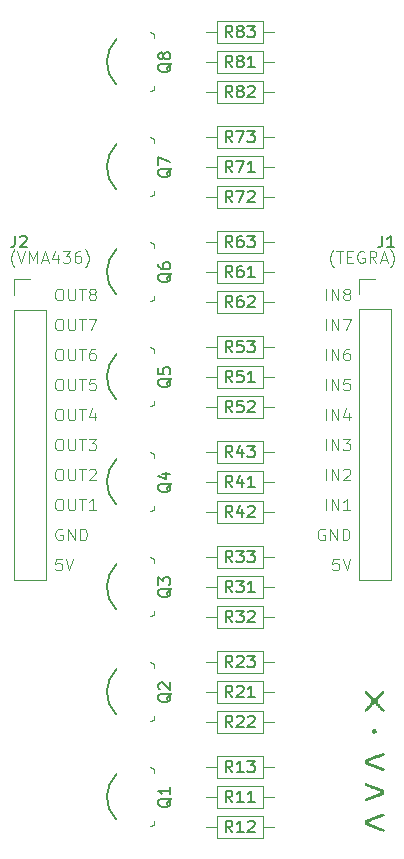
<source format=gto>
%TF.GenerationSoftware,KiCad,Pcbnew,7.0.11*%
%TF.CreationDate,2024-05-21T02:15:50+02:00*%
%TF.ProjectId,Untitled,556e7469-746c-4656-942e-6b696361645f,1.0*%
%TF.SameCoordinates,Original*%
%TF.FileFunction,Legend,Top*%
%TF.FilePolarity,Positive*%
%FSLAX46Y46*%
G04 Gerber Fmt 4.6, Leading zero omitted, Abs format (unit mm)*
G04 Created by KiCad (PCBNEW 7.0.11) date 2024-05-21 02:15:50*
%MOMM*%
%LPD*%
G01*
G04 APERTURE LIST*
%ADD10C,0.100000*%
%ADD11C,0.150000*%
%ADD12C,0.120000*%
G04 APERTURE END LIST*
D10*
X71074598Y-64388371D02*
X71026979Y-64340752D01*
X71026979Y-64340752D02*
X70931741Y-64197895D01*
X70931741Y-64197895D02*
X70884122Y-64102657D01*
X70884122Y-64102657D02*
X70836503Y-63959800D01*
X70836503Y-63959800D02*
X70788884Y-63721704D01*
X70788884Y-63721704D02*
X70788884Y-63531228D01*
X70788884Y-63531228D02*
X70836503Y-63293133D01*
X70836503Y-63293133D02*
X70884122Y-63150276D01*
X70884122Y-63150276D02*
X70931741Y-63055038D01*
X70931741Y-63055038D02*
X71026979Y-62912180D01*
X71026979Y-62912180D02*
X71074598Y-62864561D01*
X71312694Y-63007419D02*
X71646027Y-64007419D01*
X71646027Y-64007419D02*
X71979360Y-63007419D01*
X72312694Y-64007419D02*
X72312694Y-63007419D01*
X72312694Y-63007419D02*
X72646027Y-63721704D01*
X72646027Y-63721704D02*
X72979360Y-63007419D01*
X72979360Y-63007419D02*
X72979360Y-64007419D01*
X73407932Y-63721704D02*
X73884122Y-63721704D01*
X73312694Y-64007419D02*
X73646027Y-63007419D01*
X73646027Y-63007419D02*
X73979360Y-64007419D01*
X74741265Y-63340752D02*
X74741265Y-64007419D01*
X74503170Y-62959800D02*
X74265075Y-63674085D01*
X74265075Y-63674085D02*
X74884122Y-63674085D01*
X75169837Y-63007419D02*
X75788884Y-63007419D01*
X75788884Y-63007419D02*
X75455551Y-63388371D01*
X75455551Y-63388371D02*
X75598408Y-63388371D01*
X75598408Y-63388371D02*
X75693646Y-63435990D01*
X75693646Y-63435990D02*
X75741265Y-63483609D01*
X75741265Y-63483609D02*
X75788884Y-63578847D01*
X75788884Y-63578847D02*
X75788884Y-63816942D01*
X75788884Y-63816942D02*
X75741265Y-63912180D01*
X75741265Y-63912180D02*
X75693646Y-63959800D01*
X75693646Y-63959800D02*
X75598408Y-64007419D01*
X75598408Y-64007419D02*
X75312694Y-64007419D01*
X75312694Y-64007419D02*
X75217456Y-63959800D01*
X75217456Y-63959800D02*
X75169837Y-63912180D01*
X76646027Y-63007419D02*
X76455551Y-63007419D01*
X76455551Y-63007419D02*
X76360313Y-63055038D01*
X76360313Y-63055038D02*
X76312694Y-63102657D01*
X76312694Y-63102657D02*
X76217456Y-63245514D01*
X76217456Y-63245514D02*
X76169837Y-63435990D01*
X76169837Y-63435990D02*
X76169837Y-63816942D01*
X76169837Y-63816942D02*
X76217456Y-63912180D01*
X76217456Y-63912180D02*
X76265075Y-63959800D01*
X76265075Y-63959800D02*
X76360313Y-64007419D01*
X76360313Y-64007419D02*
X76550789Y-64007419D01*
X76550789Y-64007419D02*
X76646027Y-63959800D01*
X76646027Y-63959800D02*
X76693646Y-63912180D01*
X76693646Y-63912180D02*
X76741265Y-63816942D01*
X76741265Y-63816942D02*
X76741265Y-63578847D01*
X76741265Y-63578847D02*
X76693646Y-63483609D01*
X76693646Y-63483609D02*
X76646027Y-63435990D01*
X76646027Y-63435990D02*
X76550789Y-63388371D01*
X76550789Y-63388371D02*
X76360313Y-63388371D01*
X76360313Y-63388371D02*
X76265075Y-63435990D01*
X76265075Y-63435990D02*
X76217456Y-63483609D01*
X76217456Y-63483609D02*
X76169837Y-63578847D01*
X77074599Y-64388371D02*
X77122218Y-64340752D01*
X77122218Y-64340752D02*
X77217456Y-64197895D01*
X77217456Y-64197895D02*
X77265075Y-64102657D01*
X77265075Y-64102657D02*
X77312694Y-63959800D01*
X77312694Y-63959800D02*
X77360313Y-63721704D01*
X77360313Y-63721704D02*
X77360313Y-63531228D01*
X77360313Y-63531228D02*
X77312694Y-63293133D01*
X77312694Y-63293133D02*
X77265075Y-63150276D01*
X77265075Y-63150276D02*
X77217456Y-63055038D01*
X77217456Y-63055038D02*
X77122218Y-62912180D01*
X77122218Y-62912180D02*
X77074599Y-62864561D01*
X74789360Y-66182419D02*
X74979836Y-66182419D01*
X74979836Y-66182419D02*
X75075074Y-66230038D01*
X75075074Y-66230038D02*
X75170312Y-66325276D01*
X75170312Y-66325276D02*
X75217931Y-66515752D01*
X75217931Y-66515752D02*
X75217931Y-66849085D01*
X75217931Y-66849085D02*
X75170312Y-67039561D01*
X75170312Y-67039561D02*
X75075074Y-67134800D01*
X75075074Y-67134800D02*
X74979836Y-67182419D01*
X74979836Y-67182419D02*
X74789360Y-67182419D01*
X74789360Y-67182419D02*
X74694122Y-67134800D01*
X74694122Y-67134800D02*
X74598884Y-67039561D01*
X74598884Y-67039561D02*
X74551265Y-66849085D01*
X74551265Y-66849085D02*
X74551265Y-66515752D01*
X74551265Y-66515752D02*
X74598884Y-66325276D01*
X74598884Y-66325276D02*
X74694122Y-66230038D01*
X74694122Y-66230038D02*
X74789360Y-66182419D01*
X75646503Y-66182419D02*
X75646503Y-66991942D01*
X75646503Y-66991942D02*
X75694122Y-67087180D01*
X75694122Y-67087180D02*
X75741741Y-67134800D01*
X75741741Y-67134800D02*
X75836979Y-67182419D01*
X75836979Y-67182419D02*
X76027455Y-67182419D01*
X76027455Y-67182419D02*
X76122693Y-67134800D01*
X76122693Y-67134800D02*
X76170312Y-67087180D01*
X76170312Y-67087180D02*
X76217931Y-66991942D01*
X76217931Y-66991942D02*
X76217931Y-66182419D01*
X76551265Y-66182419D02*
X77122693Y-66182419D01*
X76836979Y-67182419D02*
X76836979Y-66182419D01*
X77598884Y-66610990D02*
X77503646Y-66563371D01*
X77503646Y-66563371D02*
X77456027Y-66515752D01*
X77456027Y-66515752D02*
X77408408Y-66420514D01*
X77408408Y-66420514D02*
X77408408Y-66372895D01*
X77408408Y-66372895D02*
X77456027Y-66277657D01*
X77456027Y-66277657D02*
X77503646Y-66230038D01*
X77503646Y-66230038D02*
X77598884Y-66182419D01*
X77598884Y-66182419D02*
X77789360Y-66182419D01*
X77789360Y-66182419D02*
X77884598Y-66230038D01*
X77884598Y-66230038D02*
X77932217Y-66277657D01*
X77932217Y-66277657D02*
X77979836Y-66372895D01*
X77979836Y-66372895D02*
X77979836Y-66420514D01*
X77979836Y-66420514D02*
X77932217Y-66515752D01*
X77932217Y-66515752D02*
X77884598Y-66563371D01*
X77884598Y-66563371D02*
X77789360Y-66610990D01*
X77789360Y-66610990D02*
X77598884Y-66610990D01*
X77598884Y-66610990D02*
X77503646Y-66658609D01*
X77503646Y-66658609D02*
X77456027Y-66706228D01*
X77456027Y-66706228D02*
X77408408Y-66801466D01*
X77408408Y-66801466D02*
X77408408Y-66991942D01*
X77408408Y-66991942D02*
X77456027Y-67087180D01*
X77456027Y-67087180D02*
X77503646Y-67134800D01*
X77503646Y-67134800D02*
X77598884Y-67182419D01*
X77598884Y-67182419D02*
X77789360Y-67182419D01*
X77789360Y-67182419D02*
X77884598Y-67134800D01*
X77884598Y-67134800D02*
X77932217Y-67087180D01*
X77932217Y-67087180D02*
X77979836Y-66991942D01*
X77979836Y-66991942D02*
X77979836Y-66801466D01*
X77979836Y-66801466D02*
X77932217Y-66706228D01*
X77932217Y-66706228D02*
X77884598Y-66658609D01*
X77884598Y-66658609D02*
X77789360Y-66610990D01*
X74789360Y-68722419D02*
X74979836Y-68722419D01*
X74979836Y-68722419D02*
X75075074Y-68770038D01*
X75075074Y-68770038D02*
X75170312Y-68865276D01*
X75170312Y-68865276D02*
X75217931Y-69055752D01*
X75217931Y-69055752D02*
X75217931Y-69389085D01*
X75217931Y-69389085D02*
X75170312Y-69579561D01*
X75170312Y-69579561D02*
X75075074Y-69674800D01*
X75075074Y-69674800D02*
X74979836Y-69722419D01*
X74979836Y-69722419D02*
X74789360Y-69722419D01*
X74789360Y-69722419D02*
X74694122Y-69674800D01*
X74694122Y-69674800D02*
X74598884Y-69579561D01*
X74598884Y-69579561D02*
X74551265Y-69389085D01*
X74551265Y-69389085D02*
X74551265Y-69055752D01*
X74551265Y-69055752D02*
X74598884Y-68865276D01*
X74598884Y-68865276D02*
X74694122Y-68770038D01*
X74694122Y-68770038D02*
X74789360Y-68722419D01*
X75646503Y-68722419D02*
X75646503Y-69531942D01*
X75646503Y-69531942D02*
X75694122Y-69627180D01*
X75694122Y-69627180D02*
X75741741Y-69674800D01*
X75741741Y-69674800D02*
X75836979Y-69722419D01*
X75836979Y-69722419D02*
X76027455Y-69722419D01*
X76027455Y-69722419D02*
X76122693Y-69674800D01*
X76122693Y-69674800D02*
X76170312Y-69627180D01*
X76170312Y-69627180D02*
X76217931Y-69531942D01*
X76217931Y-69531942D02*
X76217931Y-68722419D01*
X76551265Y-68722419D02*
X77122693Y-68722419D01*
X76836979Y-69722419D02*
X76836979Y-68722419D01*
X77360789Y-68722419D02*
X78027455Y-68722419D01*
X78027455Y-68722419D02*
X77598884Y-69722419D01*
X74789360Y-71262419D02*
X74979836Y-71262419D01*
X74979836Y-71262419D02*
X75075074Y-71310038D01*
X75075074Y-71310038D02*
X75170312Y-71405276D01*
X75170312Y-71405276D02*
X75217931Y-71595752D01*
X75217931Y-71595752D02*
X75217931Y-71929085D01*
X75217931Y-71929085D02*
X75170312Y-72119561D01*
X75170312Y-72119561D02*
X75075074Y-72214800D01*
X75075074Y-72214800D02*
X74979836Y-72262419D01*
X74979836Y-72262419D02*
X74789360Y-72262419D01*
X74789360Y-72262419D02*
X74694122Y-72214800D01*
X74694122Y-72214800D02*
X74598884Y-72119561D01*
X74598884Y-72119561D02*
X74551265Y-71929085D01*
X74551265Y-71929085D02*
X74551265Y-71595752D01*
X74551265Y-71595752D02*
X74598884Y-71405276D01*
X74598884Y-71405276D02*
X74694122Y-71310038D01*
X74694122Y-71310038D02*
X74789360Y-71262419D01*
X75646503Y-71262419D02*
X75646503Y-72071942D01*
X75646503Y-72071942D02*
X75694122Y-72167180D01*
X75694122Y-72167180D02*
X75741741Y-72214800D01*
X75741741Y-72214800D02*
X75836979Y-72262419D01*
X75836979Y-72262419D02*
X76027455Y-72262419D01*
X76027455Y-72262419D02*
X76122693Y-72214800D01*
X76122693Y-72214800D02*
X76170312Y-72167180D01*
X76170312Y-72167180D02*
X76217931Y-72071942D01*
X76217931Y-72071942D02*
X76217931Y-71262419D01*
X76551265Y-71262419D02*
X77122693Y-71262419D01*
X76836979Y-72262419D02*
X76836979Y-71262419D01*
X77884598Y-71262419D02*
X77694122Y-71262419D01*
X77694122Y-71262419D02*
X77598884Y-71310038D01*
X77598884Y-71310038D02*
X77551265Y-71357657D01*
X77551265Y-71357657D02*
X77456027Y-71500514D01*
X77456027Y-71500514D02*
X77408408Y-71690990D01*
X77408408Y-71690990D02*
X77408408Y-72071942D01*
X77408408Y-72071942D02*
X77456027Y-72167180D01*
X77456027Y-72167180D02*
X77503646Y-72214800D01*
X77503646Y-72214800D02*
X77598884Y-72262419D01*
X77598884Y-72262419D02*
X77789360Y-72262419D01*
X77789360Y-72262419D02*
X77884598Y-72214800D01*
X77884598Y-72214800D02*
X77932217Y-72167180D01*
X77932217Y-72167180D02*
X77979836Y-72071942D01*
X77979836Y-72071942D02*
X77979836Y-71833847D01*
X77979836Y-71833847D02*
X77932217Y-71738609D01*
X77932217Y-71738609D02*
X77884598Y-71690990D01*
X77884598Y-71690990D02*
X77789360Y-71643371D01*
X77789360Y-71643371D02*
X77598884Y-71643371D01*
X77598884Y-71643371D02*
X77503646Y-71690990D01*
X77503646Y-71690990D02*
X77456027Y-71738609D01*
X77456027Y-71738609D02*
X77408408Y-71833847D01*
X74789360Y-73802419D02*
X74979836Y-73802419D01*
X74979836Y-73802419D02*
X75075074Y-73850038D01*
X75075074Y-73850038D02*
X75170312Y-73945276D01*
X75170312Y-73945276D02*
X75217931Y-74135752D01*
X75217931Y-74135752D02*
X75217931Y-74469085D01*
X75217931Y-74469085D02*
X75170312Y-74659561D01*
X75170312Y-74659561D02*
X75075074Y-74754800D01*
X75075074Y-74754800D02*
X74979836Y-74802419D01*
X74979836Y-74802419D02*
X74789360Y-74802419D01*
X74789360Y-74802419D02*
X74694122Y-74754800D01*
X74694122Y-74754800D02*
X74598884Y-74659561D01*
X74598884Y-74659561D02*
X74551265Y-74469085D01*
X74551265Y-74469085D02*
X74551265Y-74135752D01*
X74551265Y-74135752D02*
X74598884Y-73945276D01*
X74598884Y-73945276D02*
X74694122Y-73850038D01*
X74694122Y-73850038D02*
X74789360Y-73802419D01*
X75646503Y-73802419D02*
X75646503Y-74611942D01*
X75646503Y-74611942D02*
X75694122Y-74707180D01*
X75694122Y-74707180D02*
X75741741Y-74754800D01*
X75741741Y-74754800D02*
X75836979Y-74802419D01*
X75836979Y-74802419D02*
X76027455Y-74802419D01*
X76027455Y-74802419D02*
X76122693Y-74754800D01*
X76122693Y-74754800D02*
X76170312Y-74707180D01*
X76170312Y-74707180D02*
X76217931Y-74611942D01*
X76217931Y-74611942D02*
X76217931Y-73802419D01*
X76551265Y-73802419D02*
X77122693Y-73802419D01*
X76836979Y-74802419D02*
X76836979Y-73802419D01*
X77932217Y-73802419D02*
X77456027Y-73802419D01*
X77456027Y-73802419D02*
X77408408Y-74278609D01*
X77408408Y-74278609D02*
X77456027Y-74230990D01*
X77456027Y-74230990D02*
X77551265Y-74183371D01*
X77551265Y-74183371D02*
X77789360Y-74183371D01*
X77789360Y-74183371D02*
X77884598Y-74230990D01*
X77884598Y-74230990D02*
X77932217Y-74278609D01*
X77932217Y-74278609D02*
X77979836Y-74373847D01*
X77979836Y-74373847D02*
X77979836Y-74611942D01*
X77979836Y-74611942D02*
X77932217Y-74707180D01*
X77932217Y-74707180D02*
X77884598Y-74754800D01*
X77884598Y-74754800D02*
X77789360Y-74802419D01*
X77789360Y-74802419D02*
X77551265Y-74802419D01*
X77551265Y-74802419D02*
X77456027Y-74754800D01*
X77456027Y-74754800D02*
X77408408Y-74707180D01*
X74789360Y-76342419D02*
X74979836Y-76342419D01*
X74979836Y-76342419D02*
X75075074Y-76390038D01*
X75075074Y-76390038D02*
X75170312Y-76485276D01*
X75170312Y-76485276D02*
X75217931Y-76675752D01*
X75217931Y-76675752D02*
X75217931Y-77009085D01*
X75217931Y-77009085D02*
X75170312Y-77199561D01*
X75170312Y-77199561D02*
X75075074Y-77294800D01*
X75075074Y-77294800D02*
X74979836Y-77342419D01*
X74979836Y-77342419D02*
X74789360Y-77342419D01*
X74789360Y-77342419D02*
X74694122Y-77294800D01*
X74694122Y-77294800D02*
X74598884Y-77199561D01*
X74598884Y-77199561D02*
X74551265Y-77009085D01*
X74551265Y-77009085D02*
X74551265Y-76675752D01*
X74551265Y-76675752D02*
X74598884Y-76485276D01*
X74598884Y-76485276D02*
X74694122Y-76390038D01*
X74694122Y-76390038D02*
X74789360Y-76342419D01*
X75646503Y-76342419D02*
X75646503Y-77151942D01*
X75646503Y-77151942D02*
X75694122Y-77247180D01*
X75694122Y-77247180D02*
X75741741Y-77294800D01*
X75741741Y-77294800D02*
X75836979Y-77342419D01*
X75836979Y-77342419D02*
X76027455Y-77342419D01*
X76027455Y-77342419D02*
X76122693Y-77294800D01*
X76122693Y-77294800D02*
X76170312Y-77247180D01*
X76170312Y-77247180D02*
X76217931Y-77151942D01*
X76217931Y-77151942D02*
X76217931Y-76342419D01*
X76551265Y-76342419D02*
X77122693Y-76342419D01*
X76836979Y-77342419D02*
X76836979Y-76342419D01*
X77884598Y-76675752D02*
X77884598Y-77342419D01*
X77646503Y-76294800D02*
X77408408Y-77009085D01*
X77408408Y-77009085D02*
X78027455Y-77009085D01*
X74789360Y-78882419D02*
X74979836Y-78882419D01*
X74979836Y-78882419D02*
X75075074Y-78930038D01*
X75075074Y-78930038D02*
X75170312Y-79025276D01*
X75170312Y-79025276D02*
X75217931Y-79215752D01*
X75217931Y-79215752D02*
X75217931Y-79549085D01*
X75217931Y-79549085D02*
X75170312Y-79739561D01*
X75170312Y-79739561D02*
X75075074Y-79834800D01*
X75075074Y-79834800D02*
X74979836Y-79882419D01*
X74979836Y-79882419D02*
X74789360Y-79882419D01*
X74789360Y-79882419D02*
X74694122Y-79834800D01*
X74694122Y-79834800D02*
X74598884Y-79739561D01*
X74598884Y-79739561D02*
X74551265Y-79549085D01*
X74551265Y-79549085D02*
X74551265Y-79215752D01*
X74551265Y-79215752D02*
X74598884Y-79025276D01*
X74598884Y-79025276D02*
X74694122Y-78930038D01*
X74694122Y-78930038D02*
X74789360Y-78882419D01*
X75646503Y-78882419D02*
X75646503Y-79691942D01*
X75646503Y-79691942D02*
X75694122Y-79787180D01*
X75694122Y-79787180D02*
X75741741Y-79834800D01*
X75741741Y-79834800D02*
X75836979Y-79882419D01*
X75836979Y-79882419D02*
X76027455Y-79882419D01*
X76027455Y-79882419D02*
X76122693Y-79834800D01*
X76122693Y-79834800D02*
X76170312Y-79787180D01*
X76170312Y-79787180D02*
X76217931Y-79691942D01*
X76217931Y-79691942D02*
X76217931Y-78882419D01*
X76551265Y-78882419D02*
X77122693Y-78882419D01*
X76836979Y-79882419D02*
X76836979Y-78882419D01*
X77360789Y-78882419D02*
X77979836Y-78882419D01*
X77979836Y-78882419D02*
X77646503Y-79263371D01*
X77646503Y-79263371D02*
X77789360Y-79263371D01*
X77789360Y-79263371D02*
X77884598Y-79310990D01*
X77884598Y-79310990D02*
X77932217Y-79358609D01*
X77932217Y-79358609D02*
X77979836Y-79453847D01*
X77979836Y-79453847D02*
X77979836Y-79691942D01*
X77979836Y-79691942D02*
X77932217Y-79787180D01*
X77932217Y-79787180D02*
X77884598Y-79834800D01*
X77884598Y-79834800D02*
X77789360Y-79882419D01*
X77789360Y-79882419D02*
X77503646Y-79882419D01*
X77503646Y-79882419D02*
X77408408Y-79834800D01*
X77408408Y-79834800D02*
X77360789Y-79787180D01*
X74789360Y-81422419D02*
X74979836Y-81422419D01*
X74979836Y-81422419D02*
X75075074Y-81470038D01*
X75075074Y-81470038D02*
X75170312Y-81565276D01*
X75170312Y-81565276D02*
X75217931Y-81755752D01*
X75217931Y-81755752D02*
X75217931Y-82089085D01*
X75217931Y-82089085D02*
X75170312Y-82279561D01*
X75170312Y-82279561D02*
X75075074Y-82374800D01*
X75075074Y-82374800D02*
X74979836Y-82422419D01*
X74979836Y-82422419D02*
X74789360Y-82422419D01*
X74789360Y-82422419D02*
X74694122Y-82374800D01*
X74694122Y-82374800D02*
X74598884Y-82279561D01*
X74598884Y-82279561D02*
X74551265Y-82089085D01*
X74551265Y-82089085D02*
X74551265Y-81755752D01*
X74551265Y-81755752D02*
X74598884Y-81565276D01*
X74598884Y-81565276D02*
X74694122Y-81470038D01*
X74694122Y-81470038D02*
X74789360Y-81422419D01*
X75646503Y-81422419D02*
X75646503Y-82231942D01*
X75646503Y-82231942D02*
X75694122Y-82327180D01*
X75694122Y-82327180D02*
X75741741Y-82374800D01*
X75741741Y-82374800D02*
X75836979Y-82422419D01*
X75836979Y-82422419D02*
X76027455Y-82422419D01*
X76027455Y-82422419D02*
X76122693Y-82374800D01*
X76122693Y-82374800D02*
X76170312Y-82327180D01*
X76170312Y-82327180D02*
X76217931Y-82231942D01*
X76217931Y-82231942D02*
X76217931Y-81422419D01*
X76551265Y-81422419D02*
X77122693Y-81422419D01*
X76836979Y-82422419D02*
X76836979Y-81422419D01*
X77408408Y-81517657D02*
X77456027Y-81470038D01*
X77456027Y-81470038D02*
X77551265Y-81422419D01*
X77551265Y-81422419D02*
X77789360Y-81422419D01*
X77789360Y-81422419D02*
X77884598Y-81470038D01*
X77884598Y-81470038D02*
X77932217Y-81517657D01*
X77932217Y-81517657D02*
X77979836Y-81612895D01*
X77979836Y-81612895D02*
X77979836Y-81708133D01*
X77979836Y-81708133D02*
X77932217Y-81850990D01*
X77932217Y-81850990D02*
X77360789Y-82422419D01*
X77360789Y-82422419D02*
X77979836Y-82422419D01*
X74789360Y-83962419D02*
X74979836Y-83962419D01*
X74979836Y-83962419D02*
X75075074Y-84010038D01*
X75075074Y-84010038D02*
X75170312Y-84105276D01*
X75170312Y-84105276D02*
X75217931Y-84295752D01*
X75217931Y-84295752D02*
X75217931Y-84629085D01*
X75217931Y-84629085D02*
X75170312Y-84819561D01*
X75170312Y-84819561D02*
X75075074Y-84914800D01*
X75075074Y-84914800D02*
X74979836Y-84962419D01*
X74979836Y-84962419D02*
X74789360Y-84962419D01*
X74789360Y-84962419D02*
X74694122Y-84914800D01*
X74694122Y-84914800D02*
X74598884Y-84819561D01*
X74598884Y-84819561D02*
X74551265Y-84629085D01*
X74551265Y-84629085D02*
X74551265Y-84295752D01*
X74551265Y-84295752D02*
X74598884Y-84105276D01*
X74598884Y-84105276D02*
X74694122Y-84010038D01*
X74694122Y-84010038D02*
X74789360Y-83962419D01*
X75646503Y-83962419D02*
X75646503Y-84771942D01*
X75646503Y-84771942D02*
X75694122Y-84867180D01*
X75694122Y-84867180D02*
X75741741Y-84914800D01*
X75741741Y-84914800D02*
X75836979Y-84962419D01*
X75836979Y-84962419D02*
X76027455Y-84962419D01*
X76027455Y-84962419D02*
X76122693Y-84914800D01*
X76122693Y-84914800D02*
X76170312Y-84867180D01*
X76170312Y-84867180D02*
X76217931Y-84771942D01*
X76217931Y-84771942D02*
X76217931Y-83962419D01*
X76551265Y-83962419D02*
X77122693Y-83962419D01*
X76836979Y-84962419D02*
X76836979Y-83962419D01*
X77979836Y-84962419D02*
X77408408Y-84962419D01*
X77694122Y-84962419D02*
X77694122Y-83962419D01*
X77694122Y-83962419D02*
X77598884Y-84105276D01*
X77598884Y-84105276D02*
X77503646Y-84200514D01*
X77503646Y-84200514D02*
X77408408Y-84248133D01*
X75075074Y-89042419D02*
X74598884Y-89042419D01*
X74598884Y-89042419D02*
X74551265Y-89518609D01*
X74551265Y-89518609D02*
X74598884Y-89470990D01*
X74598884Y-89470990D02*
X74694122Y-89423371D01*
X74694122Y-89423371D02*
X74932217Y-89423371D01*
X74932217Y-89423371D02*
X75027455Y-89470990D01*
X75027455Y-89470990D02*
X75075074Y-89518609D01*
X75075074Y-89518609D02*
X75122693Y-89613847D01*
X75122693Y-89613847D02*
X75122693Y-89851942D01*
X75122693Y-89851942D02*
X75075074Y-89947180D01*
X75075074Y-89947180D02*
X75027455Y-89994800D01*
X75027455Y-89994800D02*
X74932217Y-90042419D01*
X74932217Y-90042419D02*
X74694122Y-90042419D01*
X74694122Y-90042419D02*
X74598884Y-89994800D01*
X74598884Y-89994800D02*
X74551265Y-89947180D01*
X75408408Y-89042419D02*
X75741741Y-90042419D01*
X75741741Y-90042419D02*
X76075074Y-89042419D01*
X75122693Y-86550038D02*
X75027455Y-86502419D01*
X75027455Y-86502419D02*
X74884598Y-86502419D01*
X74884598Y-86502419D02*
X74741741Y-86550038D01*
X74741741Y-86550038D02*
X74646503Y-86645276D01*
X74646503Y-86645276D02*
X74598884Y-86740514D01*
X74598884Y-86740514D02*
X74551265Y-86930990D01*
X74551265Y-86930990D02*
X74551265Y-87073847D01*
X74551265Y-87073847D02*
X74598884Y-87264323D01*
X74598884Y-87264323D02*
X74646503Y-87359561D01*
X74646503Y-87359561D02*
X74741741Y-87454800D01*
X74741741Y-87454800D02*
X74884598Y-87502419D01*
X74884598Y-87502419D02*
X74979836Y-87502419D01*
X74979836Y-87502419D02*
X75122693Y-87454800D01*
X75122693Y-87454800D02*
X75170312Y-87407180D01*
X75170312Y-87407180D02*
X75170312Y-87073847D01*
X75170312Y-87073847D02*
X74979836Y-87073847D01*
X75598884Y-87502419D02*
X75598884Y-86502419D01*
X75598884Y-86502419D02*
X76170312Y-87502419D01*
X76170312Y-87502419D02*
X76170312Y-86502419D01*
X76646503Y-87502419D02*
X76646503Y-86502419D01*
X76646503Y-86502419D02*
X76884598Y-86502419D01*
X76884598Y-86502419D02*
X77027455Y-86550038D01*
X77027455Y-86550038D02*
X77122693Y-86645276D01*
X77122693Y-86645276D02*
X77170312Y-86740514D01*
X77170312Y-86740514D02*
X77217931Y-86930990D01*
X77217931Y-86930990D02*
X77217931Y-87073847D01*
X77217931Y-87073847D02*
X77170312Y-87264323D01*
X77170312Y-87264323D02*
X77122693Y-87359561D01*
X77122693Y-87359561D02*
X77027455Y-87454800D01*
X77027455Y-87454800D02*
X76884598Y-87502419D01*
X76884598Y-87502419D02*
X76646503Y-87502419D01*
X98105876Y-64388371D02*
X98058257Y-64340752D01*
X98058257Y-64340752D02*
X97963019Y-64197895D01*
X97963019Y-64197895D02*
X97915400Y-64102657D01*
X97915400Y-64102657D02*
X97867781Y-63959800D01*
X97867781Y-63959800D02*
X97820162Y-63721704D01*
X97820162Y-63721704D02*
X97820162Y-63531228D01*
X97820162Y-63531228D02*
X97867781Y-63293133D01*
X97867781Y-63293133D02*
X97915400Y-63150276D01*
X97915400Y-63150276D02*
X97963019Y-63055038D01*
X97963019Y-63055038D02*
X98058257Y-62912180D01*
X98058257Y-62912180D02*
X98105876Y-62864561D01*
X98343972Y-63007419D02*
X98915400Y-63007419D01*
X98629686Y-64007419D02*
X98629686Y-63007419D01*
X99248734Y-63483609D02*
X99582067Y-63483609D01*
X99724924Y-64007419D02*
X99248734Y-64007419D01*
X99248734Y-64007419D02*
X99248734Y-63007419D01*
X99248734Y-63007419D02*
X99724924Y-63007419D01*
X100677305Y-63055038D02*
X100582067Y-63007419D01*
X100582067Y-63007419D02*
X100439210Y-63007419D01*
X100439210Y-63007419D02*
X100296353Y-63055038D01*
X100296353Y-63055038D02*
X100201115Y-63150276D01*
X100201115Y-63150276D02*
X100153496Y-63245514D01*
X100153496Y-63245514D02*
X100105877Y-63435990D01*
X100105877Y-63435990D02*
X100105877Y-63578847D01*
X100105877Y-63578847D02*
X100153496Y-63769323D01*
X100153496Y-63769323D02*
X100201115Y-63864561D01*
X100201115Y-63864561D02*
X100296353Y-63959800D01*
X100296353Y-63959800D02*
X100439210Y-64007419D01*
X100439210Y-64007419D02*
X100534448Y-64007419D01*
X100534448Y-64007419D02*
X100677305Y-63959800D01*
X100677305Y-63959800D02*
X100724924Y-63912180D01*
X100724924Y-63912180D02*
X100724924Y-63578847D01*
X100724924Y-63578847D02*
X100534448Y-63578847D01*
X101724924Y-64007419D02*
X101391591Y-63531228D01*
X101153496Y-64007419D02*
X101153496Y-63007419D01*
X101153496Y-63007419D02*
X101534448Y-63007419D01*
X101534448Y-63007419D02*
X101629686Y-63055038D01*
X101629686Y-63055038D02*
X101677305Y-63102657D01*
X101677305Y-63102657D02*
X101724924Y-63197895D01*
X101724924Y-63197895D02*
X101724924Y-63340752D01*
X101724924Y-63340752D02*
X101677305Y-63435990D01*
X101677305Y-63435990D02*
X101629686Y-63483609D01*
X101629686Y-63483609D02*
X101534448Y-63531228D01*
X101534448Y-63531228D02*
X101153496Y-63531228D01*
X102105877Y-63721704D02*
X102582067Y-63721704D01*
X102010639Y-64007419D02*
X102343972Y-63007419D01*
X102343972Y-63007419D02*
X102677305Y-64007419D01*
X102915401Y-64388371D02*
X102963020Y-64340752D01*
X102963020Y-64340752D02*
X103058258Y-64197895D01*
X103058258Y-64197895D02*
X103105877Y-64102657D01*
X103105877Y-64102657D02*
X103153496Y-63959800D01*
X103153496Y-63959800D02*
X103201115Y-63721704D01*
X103201115Y-63721704D02*
X103201115Y-63531228D01*
X103201115Y-63531228D02*
X103153496Y-63293133D01*
X103153496Y-63293133D02*
X103105877Y-63150276D01*
X103105877Y-63150276D02*
X103058258Y-63055038D01*
X103058258Y-63055038D02*
X102963020Y-62912180D01*
X102963020Y-62912180D02*
X102915401Y-62864561D01*
X97458884Y-67182419D02*
X97458884Y-66182419D01*
X97935074Y-67182419D02*
X97935074Y-66182419D01*
X97935074Y-66182419D02*
X98506502Y-67182419D01*
X98506502Y-67182419D02*
X98506502Y-66182419D01*
X99125550Y-66610990D02*
X99030312Y-66563371D01*
X99030312Y-66563371D02*
X98982693Y-66515752D01*
X98982693Y-66515752D02*
X98935074Y-66420514D01*
X98935074Y-66420514D02*
X98935074Y-66372895D01*
X98935074Y-66372895D02*
X98982693Y-66277657D01*
X98982693Y-66277657D02*
X99030312Y-66230038D01*
X99030312Y-66230038D02*
X99125550Y-66182419D01*
X99125550Y-66182419D02*
X99316026Y-66182419D01*
X99316026Y-66182419D02*
X99411264Y-66230038D01*
X99411264Y-66230038D02*
X99458883Y-66277657D01*
X99458883Y-66277657D02*
X99506502Y-66372895D01*
X99506502Y-66372895D02*
X99506502Y-66420514D01*
X99506502Y-66420514D02*
X99458883Y-66515752D01*
X99458883Y-66515752D02*
X99411264Y-66563371D01*
X99411264Y-66563371D02*
X99316026Y-66610990D01*
X99316026Y-66610990D02*
X99125550Y-66610990D01*
X99125550Y-66610990D02*
X99030312Y-66658609D01*
X99030312Y-66658609D02*
X98982693Y-66706228D01*
X98982693Y-66706228D02*
X98935074Y-66801466D01*
X98935074Y-66801466D02*
X98935074Y-66991942D01*
X98935074Y-66991942D02*
X98982693Y-67087180D01*
X98982693Y-67087180D02*
X99030312Y-67134800D01*
X99030312Y-67134800D02*
X99125550Y-67182419D01*
X99125550Y-67182419D02*
X99316026Y-67182419D01*
X99316026Y-67182419D02*
X99411264Y-67134800D01*
X99411264Y-67134800D02*
X99458883Y-67087180D01*
X99458883Y-67087180D02*
X99506502Y-66991942D01*
X99506502Y-66991942D02*
X99506502Y-66801466D01*
X99506502Y-66801466D02*
X99458883Y-66706228D01*
X99458883Y-66706228D02*
X99411264Y-66658609D01*
X99411264Y-66658609D02*
X99316026Y-66610990D01*
X97458884Y-69722419D02*
X97458884Y-68722419D01*
X97935074Y-69722419D02*
X97935074Y-68722419D01*
X97935074Y-68722419D02*
X98506502Y-69722419D01*
X98506502Y-69722419D02*
X98506502Y-68722419D01*
X98887455Y-68722419D02*
X99554121Y-68722419D01*
X99554121Y-68722419D02*
X99125550Y-69722419D01*
X97458884Y-72262419D02*
X97458884Y-71262419D01*
X97935074Y-72262419D02*
X97935074Y-71262419D01*
X97935074Y-71262419D02*
X98506502Y-72262419D01*
X98506502Y-72262419D02*
X98506502Y-71262419D01*
X99411264Y-71262419D02*
X99220788Y-71262419D01*
X99220788Y-71262419D02*
X99125550Y-71310038D01*
X99125550Y-71310038D02*
X99077931Y-71357657D01*
X99077931Y-71357657D02*
X98982693Y-71500514D01*
X98982693Y-71500514D02*
X98935074Y-71690990D01*
X98935074Y-71690990D02*
X98935074Y-72071942D01*
X98935074Y-72071942D02*
X98982693Y-72167180D01*
X98982693Y-72167180D02*
X99030312Y-72214800D01*
X99030312Y-72214800D02*
X99125550Y-72262419D01*
X99125550Y-72262419D02*
X99316026Y-72262419D01*
X99316026Y-72262419D02*
X99411264Y-72214800D01*
X99411264Y-72214800D02*
X99458883Y-72167180D01*
X99458883Y-72167180D02*
X99506502Y-72071942D01*
X99506502Y-72071942D02*
X99506502Y-71833847D01*
X99506502Y-71833847D02*
X99458883Y-71738609D01*
X99458883Y-71738609D02*
X99411264Y-71690990D01*
X99411264Y-71690990D02*
X99316026Y-71643371D01*
X99316026Y-71643371D02*
X99125550Y-71643371D01*
X99125550Y-71643371D02*
X99030312Y-71690990D01*
X99030312Y-71690990D02*
X98982693Y-71738609D01*
X98982693Y-71738609D02*
X98935074Y-71833847D01*
X97458884Y-74802419D02*
X97458884Y-73802419D01*
X97935074Y-74802419D02*
X97935074Y-73802419D01*
X97935074Y-73802419D02*
X98506502Y-74802419D01*
X98506502Y-74802419D02*
X98506502Y-73802419D01*
X99458883Y-73802419D02*
X98982693Y-73802419D01*
X98982693Y-73802419D02*
X98935074Y-74278609D01*
X98935074Y-74278609D02*
X98982693Y-74230990D01*
X98982693Y-74230990D02*
X99077931Y-74183371D01*
X99077931Y-74183371D02*
X99316026Y-74183371D01*
X99316026Y-74183371D02*
X99411264Y-74230990D01*
X99411264Y-74230990D02*
X99458883Y-74278609D01*
X99458883Y-74278609D02*
X99506502Y-74373847D01*
X99506502Y-74373847D02*
X99506502Y-74611942D01*
X99506502Y-74611942D02*
X99458883Y-74707180D01*
X99458883Y-74707180D02*
X99411264Y-74754800D01*
X99411264Y-74754800D02*
X99316026Y-74802419D01*
X99316026Y-74802419D02*
X99077931Y-74802419D01*
X99077931Y-74802419D02*
X98982693Y-74754800D01*
X98982693Y-74754800D02*
X98935074Y-74707180D01*
X97458884Y-77342419D02*
X97458884Y-76342419D01*
X97935074Y-77342419D02*
X97935074Y-76342419D01*
X97935074Y-76342419D02*
X98506502Y-77342419D01*
X98506502Y-77342419D02*
X98506502Y-76342419D01*
X99411264Y-76675752D02*
X99411264Y-77342419D01*
X99173169Y-76294800D02*
X98935074Y-77009085D01*
X98935074Y-77009085D02*
X99554121Y-77009085D01*
X97458884Y-79882419D02*
X97458884Y-78882419D01*
X97935074Y-79882419D02*
X97935074Y-78882419D01*
X97935074Y-78882419D02*
X98506502Y-79882419D01*
X98506502Y-79882419D02*
X98506502Y-78882419D01*
X98887455Y-78882419D02*
X99506502Y-78882419D01*
X99506502Y-78882419D02*
X99173169Y-79263371D01*
X99173169Y-79263371D02*
X99316026Y-79263371D01*
X99316026Y-79263371D02*
X99411264Y-79310990D01*
X99411264Y-79310990D02*
X99458883Y-79358609D01*
X99458883Y-79358609D02*
X99506502Y-79453847D01*
X99506502Y-79453847D02*
X99506502Y-79691942D01*
X99506502Y-79691942D02*
X99458883Y-79787180D01*
X99458883Y-79787180D02*
X99411264Y-79834800D01*
X99411264Y-79834800D02*
X99316026Y-79882419D01*
X99316026Y-79882419D02*
X99030312Y-79882419D01*
X99030312Y-79882419D02*
X98935074Y-79834800D01*
X98935074Y-79834800D02*
X98887455Y-79787180D01*
X97458884Y-82422419D02*
X97458884Y-81422419D01*
X97935074Y-82422419D02*
X97935074Y-81422419D01*
X97935074Y-81422419D02*
X98506502Y-82422419D01*
X98506502Y-82422419D02*
X98506502Y-81422419D01*
X98935074Y-81517657D02*
X98982693Y-81470038D01*
X98982693Y-81470038D02*
X99077931Y-81422419D01*
X99077931Y-81422419D02*
X99316026Y-81422419D01*
X99316026Y-81422419D02*
X99411264Y-81470038D01*
X99411264Y-81470038D02*
X99458883Y-81517657D01*
X99458883Y-81517657D02*
X99506502Y-81612895D01*
X99506502Y-81612895D02*
X99506502Y-81708133D01*
X99506502Y-81708133D02*
X99458883Y-81850990D01*
X99458883Y-81850990D02*
X98887455Y-82422419D01*
X98887455Y-82422419D02*
X99506502Y-82422419D01*
X97458884Y-84962419D02*
X97458884Y-83962419D01*
X97935074Y-84962419D02*
X97935074Y-83962419D01*
X97935074Y-83962419D02*
X98506502Y-84962419D01*
X98506502Y-84962419D02*
X98506502Y-83962419D01*
X99506502Y-84962419D02*
X98935074Y-84962419D01*
X99220788Y-84962419D02*
X99220788Y-83962419D01*
X99220788Y-83962419D02*
X99125550Y-84105276D01*
X99125550Y-84105276D02*
X99030312Y-84200514D01*
X99030312Y-84200514D02*
X98935074Y-84248133D01*
X97343496Y-86550038D02*
X97248258Y-86502419D01*
X97248258Y-86502419D02*
X97105401Y-86502419D01*
X97105401Y-86502419D02*
X96962544Y-86550038D01*
X96962544Y-86550038D02*
X96867306Y-86645276D01*
X96867306Y-86645276D02*
X96819687Y-86740514D01*
X96819687Y-86740514D02*
X96772068Y-86930990D01*
X96772068Y-86930990D02*
X96772068Y-87073847D01*
X96772068Y-87073847D02*
X96819687Y-87264323D01*
X96819687Y-87264323D02*
X96867306Y-87359561D01*
X96867306Y-87359561D02*
X96962544Y-87454800D01*
X96962544Y-87454800D02*
X97105401Y-87502419D01*
X97105401Y-87502419D02*
X97200639Y-87502419D01*
X97200639Y-87502419D02*
X97343496Y-87454800D01*
X97343496Y-87454800D02*
X97391115Y-87407180D01*
X97391115Y-87407180D02*
X97391115Y-87073847D01*
X97391115Y-87073847D02*
X97200639Y-87073847D01*
X97819687Y-87502419D02*
X97819687Y-86502419D01*
X97819687Y-86502419D02*
X98391115Y-87502419D01*
X98391115Y-87502419D02*
X98391115Y-86502419D01*
X98867306Y-87502419D02*
X98867306Y-86502419D01*
X98867306Y-86502419D02*
X99105401Y-86502419D01*
X99105401Y-86502419D02*
X99248258Y-86550038D01*
X99248258Y-86550038D02*
X99343496Y-86645276D01*
X99343496Y-86645276D02*
X99391115Y-86740514D01*
X99391115Y-86740514D02*
X99438734Y-86930990D01*
X99438734Y-86930990D02*
X99438734Y-87073847D01*
X99438734Y-87073847D02*
X99391115Y-87264323D01*
X99391115Y-87264323D02*
X99343496Y-87359561D01*
X99343496Y-87359561D02*
X99248258Y-87454800D01*
X99248258Y-87454800D02*
X99105401Y-87502419D01*
X99105401Y-87502419D02*
X98867306Y-87502419D01*
X98533972Y-89042419D02*
X98057782Y-89042419D01*
X98057782Y-89042419D02*
X98010163Y-89518609D01*
X98010163Y-89518609D02*
X98057782Y-89470990D01*
X98057782Y-89470990D02*
X98153020Y-89423371D01*
X98153020Y-89423371D02*
X98391115Y-89423371D01*
X98391115Y-89423371D02*
X98486353Y-89470990D01*
X98486353Y-89470990D02*
X98533972Y-89518609D01*
X98533972Y-89518609D02*
X98581591Y-89613847D01*
X98581591Y-89613847D02*
X98581591Y-89851942D01*
X98581591Y-89851942D02*
X98533972Y-89947180D01*
X98533972Y-89947180D02*
X98486353Y-89994800D01*
X98486353Y-89994800D02*
X98391115Y-90042419D01*
X98391115Y-90042419D02*
X98153020Y-90042419D01*
X98153020Y-90042419D02*
X98057782Y-89994800D01*
X98057782Y-89994800D02*
X98010163Y-89947180D01*
X98867306Y-89042419D02*
X99200639Y-90042419D01*
X99200639Y-90042419D02*
X99533972Y-89042419D01*
D11*
X84370057Y-109315238D02*
X84322438Y-109410476D01*
X84322438Y-109410476D02*
X84227200Y-109505714D01*
X84227200Y-109505714D02*
X84084342Y-109648571D01*
X84084342Y-109648571D02*
X84036723Y-109743809D01*
X84036723Y-109743809D02*
X84036723Y-109839047D01*
X84274819Y-109791428D02*
X84227200Y-109886666D01*
X84227200Y-109886666D02*
X84131961Y-109981904D01*
X84131961Y-109981904D02*
X83941485Y-110029523D01*
X83941485Y-110029523D02*
X83608152Y-110029523D01*
X83608152Y-110029523D02*
X83417676Y-109981904D01*
X83417676Y-109981904D02*
X83322438Y-109886666D01*
X83322438Y-109886666D02*
X83274819Y-109791428D01*
X83274819Y-109791428D02*
X83274819Y-109600952D01*
X83274819Y-109600952D02*
X83322438Y-109505714D01*
X83322438Y-109505714D02*
X83417676Y-109410476D01*
X83417676Y-109410476D02*
X83608152Y-109362857D01*
X83608152Y-109362857D02*
X83941485Y-109362857D01*
X83941485Y-109362857D02*
X84131961Y-109410476D01*
X84131961Y-109410476D02*
X84227200Y-109505714D01*
X84227200Y-109505714D02*
X84274819Y-109600952D01*
X84274819Y-109600952D02*
X84274819Y-109791428D01*
X84274819Y-108410476D02*
X84274819Y-108981904D01*
X84274819Y-108696190D02*
X83274819Y-108696190D01*
X83274819Y-108696190D02*
X83417676Y-108791428D01*
X83417676Y-108791428D02*
X83512914Y-108886666D01*
X83512914Y-108886666D02*
X83560533Y-108981904D01*
X89527142Y-44904819D02*
X89193809Y-44428628D01*
X88955714Y-44904819D02*
X88955714Y-43904819D01*
X88955714Y-43904819D02*
X89336666Y-43904819D01*
X89336666Y-43904819D02*
X89431904Y-43952438D01*
X89431904Y-43952438D02*
X89479523Y-44000057D01*
X89479523Y-44000057D02*
X89527142Y-44095295D01*
X89527142Y-44095295D02*
X89527142Y-44238152D01*
X89527142Y-44238152D02*
X89479523Y-44333390D01*
X89479523Y-44333390D02*
X89431904Y-44381009D01*
X89431904Y-44381009D02*
X89336666Y-44428628D01*
X89336666Y-44428628D02*
X88955714Y-44428628D01*
X90098571Y-44333390D02*
X90003333Y-44285771D01*
X90003333Y-44285771D02*
X89955714Y-44238152D01*
X89955714Y-44238152D02*
X89908095Y-44142914D01*
X89908095Y-44142914D02*
X89908095Y-44095295D01*
X89908095Y-44095295D02*
X89955714Y-44000057D01*
X89955714Y-44000057D02*
X90003333Y-43952438D01*
X90003333Y-43952438D02*
X90098571Y-43904819D01*
X90098571Y-43904819D02*
X90289047Y-43904819D01*
X90289047Y-43904819D02*
X90384285Y-43952438D01*
X90384285Y-43952438D02*
X90431904Y-44000057D01*
X90431904Y-44000057D02*
X90479523Y-44095295D01*
X90479523Y-44095295D02*
X90479523Y-44142914D01*
X90479523Y-44142914D02*
X90431904Y-44238152D01*
X90431904Y-44238152D02*
X90384285Y-44285771D01*
X90384285Y-44285771D02*
X90289047Y-44333390D01*
X90289047Y-44333390D02*
X90098571Y-44333390D01*
X90098571Y-44333390D02*
X90003333Y-44381009D01*
X90003333Y-44381009D02*
X89955714Y-44428628D01*
X89955714Y-44428628D02*
X89908095Y-44523866D01*
X89908095Y-44523866D02*
X89908095Y-44714342D01*
X89908095Y-44714342D02*
X89955714Y-44809580D01*
X89955714Y-44809580D02*
X90003333Y-44857200D01*
X90003333Y-44857200D02*
X90098571Y-44904819D01*
X90098571Y-44904819D02*
X90289047Y-44904819D01*
X90289047Y-44904819D02*
X90384285Y-44857200D01*
X90384285Y-44857200D02*
X90431904Y-44809580D01*
X90431904Y-44809580D02*
X90479523Y-44714342D01*
X90479523Y-44714342D02*
X90479523Y-44523866D01*
X90479523Y-44523866D02*
X90431904Y-44428628D01*
X90431904Y-44428628D02*
X90384285Y-44381009D01*
X90384285Y-44381009D02*
X90289047Y-44333390D01*
X90812857Y-43904819D02*
X91431904Y-43904819D01*
X91431904Y-43904819D02*
X91098571Y-44285771D01*
X91098571Y-44285771D02*
X91241428Y-44285771D01*
X91241428Y-44285771D02*
X91336666Y-44333390D01*
X91336666Y-44333390D02*
X91384285Y-44381009D01*
X91384285Y-44381009D02*
X91431904Y-44476247D01*
X91431904Y-44476247D02*
X91431904Y-44714342D01*
X91431904Y-44714342D02*
X91384285Y-44809580D01*
X91384285Y-44809580D02*
X91336666Y-44857200D01*
X91336666Y-44857200D02*
X91241428Y-44904819D01*
X91241428Y-44904819D02*
X90955714Y-44904819D01*
X90955714Y-44904819D02*
X90860476Y-44857200D01*
X90860476Y-44857200D02*
X90812857Y-44809580D01*
X89527142Y-49984819D02*
X89193809Y-49508628D01*
X88955714Y-49984819D02*
X88955714Y-48984819D01*
X88955714Y-48984819D02*
X89336666Y-48984819D01*
X89336666Y-48984819D02*
X89431904Y-49032438D01*
X89431904Y-49032438D02*
X89479523Y-49080057D01*
X89479523Y-49080057D02*
X89527142Y-49175295D01*
X89527142Y-49175295D02*
X89527142Y-49318152D01*
X89527142Y-49318152D02*
X89479523Y-49413390D01*
X89479523Y-49413390D02*
X89431904Y-49461009D01*
X89431904Y-49461009D02*
X89336666Y-49508628D01*
X89336666Y-49508628D02*
X88955714Y-49508628D01*
X90098571Y-49413390D02*
X90003333Y-49365771D01*
X90003333Y-49365771D02*
X89955714Y-49318152D01*
X89955714Y-49318152D02*
X89908095Y-49222914D01*
X89908095Y-49222914D02*
X89908095Y-49175295D01*
X89908095Y-49175295D02*
X89955714Y-49080057D01*
X89955714Y-49080057D02*
X90003333Y-49032438D01*
X90003333Y-49032438D02*
X90098571Y-48984819D01*
X90098571Y-48984819D02*
X90289047Y-48984819D01*
X90289047Y-48984819D02*
X90384285Y-49032438D01*
X90384285Y-49032438D02*
X90431904Y-49080057D01*
X90431904Y-49080057D02*
X90479523Y-49175295D01*
X90479523Y-49175295D02*
X90479523Y-49222914D01*
X90479523Y-49222914D02*
X90431904Y-49318152D01*
X90431904Y-49318152D02*
X90384285Y-49365771D01*
X90384285Y-49365771D02*
X90289047Y-49413390D01*
X90289047Y-49413390D02*
X90098571Y-49413390D01*
X90098571Y-49413390D02*
X90003333Y-49461009D01*
X90003333Y-49461009D02*
X89955714Y-49508628D01*
X89955714Y-49508628D02*
X89908095Y-49603866D01*
X89908095Y-49603866D02*
X89908095Y-49794342D01*
X89908095Y-49794342D02*
X89955714Y-49889580D01*
X89955714Y-49889580D02*
X90003333Y-49937200D01*
X90003333Y-49937200D02*
X90098571Y-49984819D01*
X90098571Y-49984819D02*
X90289047Y-49984819D01*
X90289047Y-49984819D02*
X90384285Y-49937200D01*
X90384285Y-49937200D02*
X90431904Y-49889580D01*
X90431904Y-49889580D02*
X90479523Y-49794342D01*
X90479523Y-49794342D02*
X90479523Y-49603866D01*
X90479523Y-49603866D02*
X90431904Y-49508628D01*
X90431904Y-49508628D02*
X90384285Y-49461009D01*
X90384285Y-49461009D02*
X90289047Y-49413390D01*
X90860476Y-49080057D02*
X90908095Y-49032438D01*
X90908095Y-49032438D02*
X91003333Y-48984819D01*
X91003333Y-48984819D02*
X91241428Y-48984819D01*
X91241428Y-48984819D02*
X91336666Y-49032438D01*
X91336666Y-49032438D02*
X91384285Y-49080057D01*
X91384285Y-49080057D02*
X91431904Y-49175295D01*
X91431904Y-49175295D02*
X91431904Y-49270533D01*
X91431904Y-49270533D02*
X91384285Y-49413390D01*
X91384285Y-49413390D02*
X90812857Y-49984819D01*
X90812857Y-49984819D02*
X91431904Y-49984819D01*
X89527142Y-47444819D02*
X89193809Y-46968628D01*
X88955714Y-47444819D02*
X88955714Y-46444819D01*
X88955714Y-46444819D02*
X89336666Y-46444819D01*
X89336666Y-46444819D02*
X89431904Y-46492438D01*
X89431904Y-46492438D02*
X89479523Y-46540057D01*
X89479523Y-46540057D02*
X89527142Y-46635295D01*
X89527142Y-46635295D02*
X89527142Y-46778152D01*
X89527142Y-46778152D02*
X89479523Y-46873390D01*
X89479523Y-46873390D02*
X89431904Y-46921009D01*
X89431904Y-46921009D02*
X89336666Y-46968628D01*
X89336666Y-46968628D02*
X88955714Y-46968628D01*
X90098571Y-46873390D02*
X90003333Y-46825771D01*
X90003333Y-46825771D02*
X89955714Y-46778152D01*
X89955714Y-46778152D02*
X89908095Y-46682914D01*
X89908095Y-46682914D02*
X89908095Y-46635295D01*
X89908095Y-46635295D02*
X89955714Y-46540057D01*
X89955714Y-46540057D02*
X90003333Y-46492438D01*
X90003333Y-46492438D02*
X90098571Y-46444819D01*
X90098571Y-46444819D02*
X90289047Y-46444819D01*
X90289047Y-46444819D02*
X90384285Y-46492438D01*
X90384285Y-46492438D02*
X90431904Y-46540057D01*
X90431904Y-46540057D02*
X90479523Y-46635295D01*
X90479523Y-46635295D02*
X90479523Y-46682914D01*
X90479523Y-46682914D02*
X90431904Y-46778152D01*
X90431904Y-46778152D02*
X90384285Y-46825771D01*
X90384285Y-46825771D02*
X90289047Y-46873390D01*
X90289047Y-46873390D02*
X90098571Y-46873390D01*
X90098571Y-46873390D02*
X90003333Y-46921009D01*
X90003333Y-46921009D02*
X89955714Y-46968628D01*
X89955714Y-46968628D02*
X89908095Y-47063866D01*
X89908095Y-47063866D02*
X89908095Y-47254342D01*
X89908095Y-47254342D02*
X89955714Y-47349580D01*
X89955714Y-47349580D02*
X90003333Y-47397200D01*
X90003333Y-47397200D02*
X90098571Y-47444819D01*
X90098571Y-47444819D02*
X90289047Y-47444819D01*
X90289047Y-47444819D02*
X90384285Y-47397200D01*
X90384285Y-47397200D02*
X90431904Y-47349580D01*
X90431904Y-47349580D02*
X90479523Y-47254342D01*
X90479523Y-47254342D02*
X90479523Y-47063866D01*
X90479523Y-47063866D02*
X90431904Y-46968628D01*
X90431904Y-46968628D02*
X90384285Y-46921009D01*
X90384285Y-46921009D02*
X90289047Y-46873390D01*
X91431904Y-47444819D02*
X90860476Y-47444819D01*
X91146190Y-47444819D02*
X91146190Y-46444819D01*
X91146190Y-46444819D02*
X91050952Y-46587676D01*
X91050952Y-46587676D02*
X90955714Y-46682914D01*
X90955714Y-46682914D02*
X90860476Y-46730533D01*
X89527142Y-53794819D02*
X89193809Y-53318628D01*
X88955714Y-53794819D02*
X88955714Y-52794819D01*
X88955714Y-52794819D02*
X89336666Y-52794819D01*
X89336666Y-52794819D02*
X89431904Y-52842438D01*
X89431904Y-52842438D02*
X89479523Y-52890057D01*
X89479523Y-52890057D02*
X89527142Y-52985295D01*
X89527142Y-52985295D02*
X89527142Y-53128152D01*
X89527142Y-53128152D02*
X89479523Y-53223390D01*
X89479523Y-53223390D02*
X89431904Y-53271009D01*
X89431904Y-53271009D02*
X89336666Y-53318628D01*
X89336666Y-53318628D02*
X88955714Y-53318628D01*
X89860476Y-52794819D02*
X90527142Y-52794819D01*
X90527142Y-52794819D02*
X90098571Y-53794819D01*
X90812857Y-52794819D02*
X91431904Y-52794819D01*
X91431904Y-52794819D02*
X91098571Y-53175771D01*
X91098571Y-53175771D02*
X91241428Y-53175771D01*
X91241428Y-53175771D02*
X91336666Y-53223390D01*
X91336666Y-53223390D02*
X91384285Y-53271009D01*
X91384285Y-53271009D02*
X91431904Y-53366247D01*
X91431904Y-53366247D02*
X91431904Y-53604342D01*
X91431904Y-53604342D02*
X91384285Y-53699580D01*
X91384285Y-53699580D02*
X91336666Y-53747200D01*
X91336666Y-53747200D02*
X91241428Y-53794819D01*
X91241428Y-53794819D02*
X90955714Y-53794819D01*
X90955714Y-53794819D02*
X90860476Y-53747200D01*
X90860476Y-53747200D02*
X90812857Y-53699580D01*
X89527142Y-58874819D02*
X89193809Y-58398628D01*
X88955714Y-58874819D02*
X88955714Y-57874819D01*
X88955714Y-57874819D02*
X89336666Y-57874819D01*
X89336666Y-57874819D02*
X89431904Y-57922438D01*
X89431904Y-57922438D02*
X89479523Y-57970057D01*
X89479523Y-57970057D02*
X89527142Y-58065295D01*
X89527142Y-58065295D02*
X89527142Y-58208152D01*
X89527142Y-58208152D02*
X89479523Y-58303390D01*
X89479523Y-58303390D02*
X89431904Y-58351009D01*
X89431904Y-58351009D02*
X89336666Y-58398628D01*
X89336666Y-58398628D02*
X88955714Y-58398628D01*
X89860476Y-57874819D02*
X90527142Y-57874819D01*
X90527142Y-57874819D02*
X90098571Y-58874819D01*
X90860476Y-57970057D02*
X90908095Y-57922438D01*
X90908095Y-57922438D02*
X91003333Y-57874819D01*
X91003333Y-57874819D02*
X91241428Y-57874819D01*
X91241428Y-57874819D02*
X91336666Y-57922438D01*
X91336666Y-57922438D02*
X91384285Y-57970057D01*
X91384285Y-57970057D02*
X91431904Y-58065295D01*
X91431904Y-58065295D02*
X91431904Y-58160533D01*
X91431904Y-58160533D02*
X91384285Y-58303390D01*
X91384285Y-58303390D02*
X90812857Y-58874819D01*
X90812857Y-58874819D02*
X91431904Y-58874819D01*
X89527142Y-56334819D02*
X89193809Y-55858628D01*
X88955714Y-56334819D02*
X88955714Y-55334819D01*
X88955714Y-55334819D02*
X89336666Y-55334819D01*
X89336666Y-55334819D02*
X89431904Y-55382438D01*
X89431904Y-55382438D02*
X89479523Y-55430057D01*
X89479523Y-55430057D02*
X89527142Y-55525295D01*
X89527142Y-55525295D02*
X89527142Y-55668152D01*
X89527142Y-55668152D02*
X89479523Y-55763390D01*
X89479523Y-55763390D02*
X89431904Y-55811009D01*
X89431904Y-55811009D02*
X89336666Y-55858628D01*
X89336666Y-55858628D02*
X88955714Y-55858628D01*
X89860476Y-55334819D02*
X90527142Y-55334819D01*
X90527142Y-55334819D02*
X90098571Y-56334819D01*
X91431904Y-56334819D02*
X90860476Y-56334819D01*
X91146190Y-56334819D02*
X91146190Y-55334819D01*
X91146190Y-55334819D02*
X91050952Y-55477676D01*
X91050952Y-55477676D02*
X90955714Y-55572914D01*
X90955714Y-55572914D02*
X90860476Y-55620533D01*
X89527142Y-62684819D02*
X89193809Y-62208628D01*
X88955714Y-62684819D02*
X88955714Y-61684819D01*
X88955714Y-61684819D02*
X89336666Y-61684819D01*
X89336666Y-61684819D02*
X89431904Y-61732438D01*
X89431904Y-61732438D02*
X89479523Y-61780057D01*
X89479523Y-61780057D02*
X89527142Y-61875295D01*
X89527142Y-61875295D02*
X89527142Y-62018152D01*
X89527142Y-62018152D02*
X89479523Y-62113390D01*
X89479523Y-62113390D02*
X89431904Y-62161009D01*
X89431904Y-62161009D02*
X89336666Y-62208628D01*
X89336666Y-62208628D02*
X88955714Y-62208628D01*
X90384285Y-61684819D02*
X90193809Y-61684819D01*
X90193809Y-61684819D02*
X90098571Y-61732438D01*
X90098571Y-61732438D02*
X90050952Y-61780057D01*
X90050952Y-61780057D02*
X89955714Y-61922914D01*
X89955714Y-61922914D02*
X89908095Y-62113390D01*
X89908095Y-62113390D02*
X89908095Y-62494342D01*
X89908095Y-62494342D02*
X89955714Y-62589580D01*
X89955714Y-62589580D02*
X90003333Y-62637200D01*
X90003333Y-62637200D02*
X90098571Y-62684819D01*
X90098571Y-62684819D02*
X90289047Y-62684819D01*
X90289047Y-62684819D02*
X90384285Y-62637200D01*
X90384285Y-62637200D02*
X90431904Y-62589580D01*
X90431904Y-62589580D02*
X90479523Y-62494342D01*
X90479523Y-62494342D02*
X90479523Y-62256247D01*
X90479523Y-62256247D02*
X90431904Y-62161009D01*
X90431904Y-62161009D02*
X90384285Y-62113390D01*
X90384285Y-62113390D02*
X90289047Y-62065771D01*
X90289047Y-62065771D02*
X90098571Y-62065771D01*
X90098571Y-62065771D02*
X90003333Y-62113390D01*
X90003333Y-62113390D02*
X89955714Y-62161009D01*
X89955714Y-62161009D02*
X89908095Y-62256247D01*
X90812857Y-61684819D02*
X91431904Y-61684819D01*
X91431904Y-61684819D02*
X91098571Y-62065771D01*
X91098571Y-62065771D02*
X91241428Y-62065771D01*
X91241428Y-62065771D02*
X91336666Y-62113390D01*
X91336666Y-62113390D02*
X91384285Y-62161009D01*
X91384285Y-62161009D02*
X91431904Y-62256247D01*
X91431904Y-62256247D02*
X91431904Y-62494342D01*
X91431904Y-62494342D02*
X91384285Y-62589580D01*
X91384285Y-62589580D02*
X91336666Y-62637200D01*
X91336666Y-62637200D02*
X91241428Y-62684819D01*
X91241428Y-62684819D02*
X90955714Y-62684819D01*
X90955714Y-62684819D02*
X90860476Y-62637200D01*
X90860476Y-62637200D02*
X90812857Y-62589580D01*
X89527142Y-67764819D02*
X89193809Y-67288628D01*
X88955714Y-67764819D02*
X88955714Y-66764819D01*
X88955714Y-66764819D02*
X89336666Y-66764819D01*
X89336666Y-66764819D02*
X89431904Y-66812438D01*
X89431904Y-66812438D02*
X89479523Y-66860057D01*
X89479523Y-66860057D02*
X89527142Y-66955295D01*
X89527142Y-66955295D02*
X89527142Y-67098152D01*
X89527142Y-67098152D02*
X89479523Y-67193390D01*
X89479523Y-67193390D02*
X89431904Y-67241009D01*
X89431904Y-67241009D02*
X89336666Y-67288628D01*
X89336666Y-67288628D02*
X88955714Y-67288628D01*
X90384285Y-66764819D02*
X90193809Y-66764819D01*
X90193809Y-66764819D02*
X90098571Y-66812438D01*
X90098571Y-66812438D02*
X90050952Y-66860057D01*
X90050952Y-66860057D02*
X89955714Y-67002914D01*
X89955714Y-67002914D02*
X89908095Y-67193390D01*
X89908095Y-67193390D02*
X89908095Y-67574342D01*
X89908095Y-67574342D02*
X89955714Y-67669580D01*
X89955714Y-67669580D02*
X90003333Y-67717200D01*
X90003333Y-67717200D02*
X90098571Y-67764819D01*
X90098571Y-67764819D02*
X90289047Y-67764819D01*
X90289047Y-67764819D02*
X90384285Y-67717200D01*
X90384285Y-67717200D02*
X90431904Y-67669580D01*
X90431904Y-67669580D02*
X90479523Y-67574342D01*
X90479523Y-67574342D02*
X90479523Y-67336247D01*
X90479523Y-67336247D02*
X90431904Y-67241009D01*
X90431904Y-67241009D02*
X90384285Y-67193390D01*
X90384285Y-67193390D02*
X90289047Y-67145771D01*
X90289047Y-67145771D02*
X90098571Y-67145771D01*
X90098571Y-67145771D02*
X90003333Y-67193390D01*
X90003333Y-67193390D02*
X89955714Y-67241009D01*
X89955714Y-67241009D02*
X89908095Y-67336247D01*
X90860476Y-66860057D02*
X90908095Y-66812438D01*
X90908095Y-66812438D02*
X91003333Y-66764819D01*
X91003333Y-66764819D02*
X91241428Y-66764819D01*
X91241428Y-66764819D02*
X91336666Y-66812438D01*
X91336666Y-66812438D02*
X91384285Y-66860057D01*
X91384285Y-66860057D02*
X91431904Y-66955295D01*
X91431904Y-66955295D02*
X91431904Y-67050533D01*
X91431904Y-67050533D02*
X91384285Y-67193390D01*
X91384285Y-67193390D02*
X90812857Y-67764819D01*
X90812857Y-67764819D02*
X91431904Y-67764819D01*
X89527142Y-65224819D02*
X89193809Y-64748628D01*
X88955714Y-65224819D02*
X88955714Y-64224819D01*
X88955714Y-64224819D02*
X89336666Y-64224819D01*
X89336666Y-64224819D02*
X89431904Y-64272438D01*
X89431904Y-64272438D02*
X89479523Y-64320057D01*
X89479523Y-64320057D02*
X89527142Y-64415295D01*
X89527142Y-64415295D02*
X89527142Y-64558152D01*
X89527142Y-64558152D02*
X89479523Y-64653390D01*
X89479523Y-64653390D02*
X89431904Y-64701009D01*
X89431904Y-64701009D02*
X89336666Y-64748628D01*
X89336666Y-64748628D02*
X88955714Y-64748628D01*
X90384285Y-64224819D02*
X90193809Y-64224819D01*
X90193809Y-64224819D02*
X90098571Y-64272438D01*
X90098571Y-64272438D02*
X90050952Y-64320057D01*
X90050952Y-64320057D02*
X89955714Y-64462914D01*
X89955714Y-64462914D02*
X89908095Y-64653390D01*
X89908095Y-64653390D02*
X89908095Y-65034342D01*
X89908095Y-65034342D02*
X89955714Y-65129580D01*
X89955714Y-65129580D02*
X90003333Y-65177200D01*
X90003333Y-65177200D02*
X90098571Y-65224819D01*
X90098571Y-65224819D02*
X90289047Y-65224819D01*
X90289047Y-65224819D02*
X90384285Y-65177200D01*
X90384285Y-65177200D02*
X90431904Y-65129580D01*
X90431904Y-65129580D02*
X90479523Y-65034342D01*
X90479523Y-65034342D02*
X90479523Y-64796247D01*
X90479523Y-64796247D02*
X90431904Y-64701009D01*
X90431904Y-64701009D02*
X90384285Y-64653390D01*
X90384285Y-64653390D02*
X90289047Y-64605771D01*
X90289047Y-64605771D02*
X90098571Y-64605771D01*
X90098571Y-64605771D02*
X90003333Y-64653390D01*
X90003333Y-64653390D02*
X89955714Y-64701009D01*
X89955714Y-64701009D02*
X89908095Y-64796247D01*
X91431904Y-65224819D02*
X90860476Y-65224819D01*
X91146190Y-65224819D02*
X91146190Y-64224819D01*
X91146190Y-64224819D02*
X91050952Y-64367676D01*
X91050952Y-64367676D02*
X90955714Y-64462914D01*
X90955714Y-64462914D02*
X90860476Y-64510533D01*
X89527142Y-71574819D02*
X89193809Y-71098628D01*
X88955714Y-71574819D02*
X88955714Y-70574819D01*
X88955714Y-70574819D02*
X89336666Y-70574819D01*
X89336666Y-70574819D02*
X89431904Y-70622438D01*
X89431904Y-70622438D02*
X89479523Y-70670057D01*
X89479523Y-70670057D02*
X89527142Y-70765295D01*
X89527142Y-70765295D02*
X89527142Y-70908152D01*
X89527142Y-70908152D02*
X89479523Y-71003390D01*
X89479523Y-71003390D02*
X89431904Y-71051009D01*
X89431904Y-71051009D02*
X89336666Y-71098628D01*
X89336666Y-71098628D02*
X88955714Y-71098628D01*
X90431904Y-70574819D02*
X89955714Y-70574819D01*
X89955714Y-70574819D02*
X89908095Y-71051009D01*
X89908095Y-71051009D02*
X89955714Y-71003390D01*
X89955714Y-71003390D02*
X90050952Y-70955771D01*
X90050952Y-70955771D02*
X90289047Y-70955771D01*
X90289047Y-70955771D02*
X90384285Y-71003390D01*
X90384285Y-71003390D02*
X90431904Y-71051009D01*
X90431904Y-71051009D02*
X90479523Y-71146247D01*
X90479523Y-71146247D02*
X90479523Y-71384342D01*
X90479523Y-71384342D02*
X90431904Y-71479580D01*
X90431904Y-71479580D02*
X90384285Y-71527200D01*
X90384285Y-71527200D02*
X90289047Y-71574819D01*
X90289047Y-71574819D02*
X90050952Y-71574819D01*
X90050952Y-71574819D02*
X89955714Y-71527200D01*
X89955714Y-71527200D02*
X89908095Y-71479580D01*
X90812857Y-70574819D02*
X91431904Y-70574819D01*
X91431904Y-70574819D02*
X91098571Y-70955771D01*
X91098571Y-70955771D02*
X91241428Y-70955771D01*
X91241428Y-70955771D02*
X91336666Y-71003390D01*
X91336666Y-71003390D02*
X91384285Y-71051009D01*
X91384285Y-71051009D02*
X91431904Y-71146247D01*
X91431904Y-71146247D02*
X91431904Y-71384342D01*
X91431904Y-71384342D02*
X91384285Y-71479580D01*
X91384285Y-71479580D02*
X91336666Y-71527200D01*
X91336666Y-71527200D02*
X91241428Y-71574819D01*
X91241428Y-71574819D02*
X90955714Y-71574819D01*
X90955714Y-71574819D02*
X90860476Y-71527200D01*
X90860476Y-71527200D02*
X90812857Y-71479580D01*
X89527142Y-76654819D02*
X89193809Y-76178628D01*
X88955714Y-76654819D02*
X88955714Y-75654819D01*
X88955714Y-75654819D02*
X89336666Y-75654819D01*
X89336666Y-75654819D02*
X89431904Y-75702438D01*
X89431904Y-75702438D02*
X89479523Y-75750057D01*
X89479523Y-75750057D02*
X89527142Y-75845295D01*
X89527142Y-75845295D02*
X89527142Y-75988152D01*
X89527142Y-75988152D02*
X89479523Y-76083390D01*
X89479523Y-76083390D02*
X89431904Y-76131009D01*
X89431904Y-76131009D02*
X89336666Y-76178628D01*
X89336666Y-76178628D02*
X88955714Y-76178628D01*
X90431904Y-75654819D02*
X89955714Y-75654819D01*
X89955714Y-75654819D02*
X89908095Y-76131009D01*
X89908095Y-76131009D02*
X89955714Y-76083390D01*
X89955714Y-76083390D02*
X90050952Y-76035771D01*
X90050952Y-76035771D02*
X90289047Y-76035771D01*
X90289047Y-76035771D02*
X90384285Y-76083390D01*
X90384285Y-76083390D02*
X90431904Y-76131009D01*
X90431904Y-76131009D02*
X90479523Y-76226247D01*
X90479523Y-76226247D02*
X90479523Y-76464342D01*
X90479523Y-76464342D02*
X90431904Y-76559580D01*
X90431904Y-76559580D02*
X90384285Y-76607200D01*
X90384285Y-76607200D02*
X90289047Y-76654819D01*
X90289047Y-76654819D02*
X90050952Y-76654819D01*
X90050952Y-76654819D02*
X89955714Y-76607200D01*
X89955714Y-76607200D02*
X89908095Y-76559580D01*
X90860476Y-75750057D02*
X90908095Y-75702438D01*
X90908095Y-75702438D02*
X91003333Y-75654819D01*
X91003333Y-75654819D02*
X91241428Y-75654819D01*
X91241428Y-75654819D02*
X91336666Y-75702438D01*
X91336666Y-75702438D02*
X91384285Y-75750057D01*
X91384285Y-75750057D02*
X91431904Y-75845295D01*
X91431904Y-75845295D02*
X91431904Y-75940533D01*
X91431904Y-75940533D02*
X91384285Y-76083390D01*
X91384285Y-76083390D02*
X90812857Y-76654819D01*
X90812857Y-76654819D02*
X91431904Y-76654819D01*
X89527142Y-74114819D02*
X89193809Y-73638628D01*
X88955714Y-74114819D02*
X88955714Y-73114819D01*
X88955714Y-73114819D02*
X89336666Y-73114819D01*
X89336666Y-73114819D02*
X89431904Y-73162438D01*
X89431904Y-73162438D02*
X89479523Y-73210057D01*
X89479523Y-73210057D02*
X89527142Y-73305295D01*
X89527142Y-73305295D02*
X89527142Y-73448152D01*
X89527142Y-73448152D02*
X89479523Y-73543390D01*
X89479523Y-73543390D02*
X89431904Y-73591009D01*
X89431904Y-73591009D02*
X89336666Y-73638628D01*
X89336666Y-73638628D02*
X88955714Y-73638628D01*
X90431904Y-73114819D02*
X89955714Y-73114819D01*
X89955714Y-73114819D02*
X89908095Y-73591009D01*
X89908095Y-73591009D02*
X89955714Y-73543390D01*
X89955714Y-73543390D02*
X90050952Y-73495771D01*
X90050952Y-73495771D02*
X90289047Y-73495771D01*
X90289047Y-73495771D02*
X90384285Y-73543390D01*
X90384285Y-73543390D02*
X90431904Y-73591009D01*
X90431904Y-73591009D02*
X90479523Y-73686247D01*
X90479523Y-73686247D02*
X90479523Y-73924342D01*
X90479523Y-73924342D02*
X90431904Y-74019580D01*
X90431904Y-74019580D02*
X90384285Y-74067200D01*
X90384285Y-74067200D02*
X90289047Y-74114819D01*
X90289047Y-74114819D02*
X90050952Y-74114819D01*
X90050952Y-74114819D02*
X89955714Y-74067200D01*
X89955714Y-74067200D02*
X89908095Y-74019580D01*
X91431904Y-74114819D02*
X90860476Y-74114819D01*
X91146190Y-74114819D02*
X91146190Y-73114819D01*
X91146190Y-73114819D02*
X91050952Y-73257676D01*
X91050952Y-73257676D02*
X90955714Y-73352914D01*
X90955714Y-73352914D02*
X90860476Y-73400533D01*
X89527142Y-80464819D02*
X89193809Y-79988628D01*
X88955714Y-80464819D02*
X88955714Y-79464819D01*
X88955714Y-79464819D02*
X89336666Y-79464819D01*
X89336666Y-79464819D02*
X89431904Y-79512438D01*
X89431904Y-79512438D02*
X89479523Y-79560057D01*
X89479523Y-79560057D02*
X89527142Y-79655295D01*
X89527142Y-79655295D02*
X89527142Y-79798152D01*
X89527142Y-79798152D02*
X89479523Y-79893390D01*
X89479523Y-79893390D02*
X89431904Y-79941009D01*
X89431904Y-79941009D02*
X89336666Y-79988628D01*
X89336666Y-79988628D02*
X88955714Y-79988628D01*
X90384285Y-79798152D02*
X90384285Y-80464819D01*
X90146190Y-79417200D02*
X89908095Y-80131485D01*
X89908095Y-80131485D02*
X90527142Y-80131485D01*
X90812857Y-79464819D02*
X91431904Y-79464819D01*
X91431904Y-79464819D02*
X91098571Y-79845771D01*
X91098571Y-79845771D02*
X91241428Y-79845771D01*
X91241428Y-79845771D02*
X91336666Y-79893390D01*
X91336666Y-79893390D02*
X91384285Y-79941009D01*
X91384285Y-79941009D02*
X91431904Y-80036247D01*
X91431904Y-80036247D02*
X91431904Y-80274342D01*
X91431904Y-80274342D02*
X91384285Y-80369580D01*
X91384285Y-80369580D02*
X91336666Y-80417200D01*
X91336666Y-80417200D02*
X91241428Y-80464819D01*
X91241428Y-80464819D02*
X90955714Y-80464819D01*
X90955714Y-80464819D02*
X90860476Y-80417200D01*
X90860476Y-80417200D02*
X90812857Y-80369580D01*
X89527142Y-85544819D02*
X89193809Y-85068628D01*
X88955714Y-85544819D02*
X88955714Y-84544819D01*
X88955714Y-84544819D02*
X89336666Y-84544819D01*
X89336666Y-84544819D02*
X89431904Y-84592438D01*
X89431904Y-84592438D02*
X89479523Y-84640057D01*
X89479523Y-84640057D02*
X89527142Y-84735295D01*
X89527142Y-84735295D02*
X89527142Y-84878152D01*
X89527142Y-84878152D02*
X89479523Y-84973390D01*
X89479523Y-84973390D02*
X89431904Y-85021009D01*
X89431904Y-85021009D02*
X89336666Y-85068628D01*
X89336666Y-85068628D02*
X88955714Y-85068628D01*
X90384285Y-84878152D02*
X90384285Y-85544819D01*
X90146190Y-84497200D02*
X89908095Y-85211485D01*
X89908095Y-85211485D02*
X90527142Y-85211485D01*
X90860476Y-84640057D02*
X90908095Y-84592438D01*
X90908095Y-84592438D02*
X91003333Y-84544819D01*
X91003333Y-84544819D02*
X91241428Y-84544819D01*
X91241428Y-84544819D02*
X91336666Y-84592438D01*
X91336666Y-84592438D02*
X91384285Y-84640057D01*
X91384285Y-84640057D02*
X91431904Y-84735295D01*
X91431904Y-84735295D02*
X91431904Y-84830533D01*
X91431904Y-84830533D02*
X91384285Y-84973390D01*
X91384285Y-84973390D02*
X90812857Y-85544819D01*
X90812857Y-85544819D02*
X91431904Y-85544819D01*
X89527142Y-83004819D02*
X89193809Y-82528628D01*
X88955714Y-83004819D02*
X88955714Y-82004819D01*
X88955714Y-82004819D02*
X89336666Y-82004819D01*
X89336666Y-82004819D02*
X89431904Y-82052438D01*
X89431904Y-82052438D02*
X89479523Y-82100057D01*
X89479523Y-82100057D02*
X89527142Y-82195295D01*
X89527142Y-82195295D02*
X89527142Y-82338152D01*
X89527142Y-82338152D02*
X89479523Y-82433390D01*
X89479523Y-82433390D02*
X89431904Y-82481009D01*
X89431904Y-82481009D02*
X89336666Y-82528628D01*
X89336666Y-82528628D02*
X88955714Y-82528628D01*
X90384285Y-82338152D02*
X90384285Y-83004819D01*
X90146190Y-81957200D02*
X89908095Y-82671485D01*
X89908095Y-82671485D02*
X90527142Y-82671485D01*
X91431904Y-83004819D02*
X90860476Y-83004819D01*
X91146190Y-83004819D02*
X91146190Y-82004819D01*
X91146190Y-82004819D02*
X91050952Y-82147676D01*
X91050952Y-82147676D02*
X90955714Y-82242914D01*
X90955714Y-82242914D02*
X90860476Y-82290533D01*
X89527142Y-89354819D02*
X89193809Y-88878628D01*
X88955714Y-89354819D02*
X88955714Y-88354819D01*
X88955714Y-88354819D02*
X89336666Y-88354819D01*
X89336666Y-88354819D02*
X89431904Y-88402438D01*
X89431904Y-88402438D02*
X89479523Y-88450057D01*
X89479523Y-88450057D02*
X89527142Y-88545295D01*
X89527142Y-88545295D02*
X89527142Y-88688152D01*
X89527142Y-88688152D02*
X89479523Y-88783390D01*
X89479523Y-88783390D02*
X89431904Y-88831009D01*
X89431904Y-88831009D02*
X89336666Y-88878628D01*
X89336666Y-88878628D02*
X88955714Y-88878628D01*
X89860476Y-88354819D02*
X90479523Y-88354819D01*
X90479523Y-88354819D02*
X90146190Y-88735771D01*
X90146190Y-88735771D02*
X90289047Y-88735771D01*
X90289047Y-88735771D02*
X90384285Y-88783390D01*
X90384285Y-88783390D02*
X90431904Y-88831009D01*
X90431904Y-88831009D02*
X90479523Y-88926247D01*
X90479523Y-88926247D02*
X90479523Y-89164342D01*
X90479523Y-89164342D02*
X90431904Y-89259580D01*
X90431904Y-89259580D02*
X90384285Y-89307200D01*
X90384285Y-89307200D02*
X90289047Y-89354819D01*
X90289047Y-89354819D02*
X90003333Y-89354819D01*
X90003333Y-89354819D02*
X89908095Y-89307200D01*
X89908095Y-89307200D02*
X89860476Y-89259580D01*
X90812857Y-88354819D02*
X91431904Y-88354819D01*
X91431904Y-88354819D02*
X91098571Y-88735771D01*
X91098571Y-88735771D02*
X91241428Y-88735771D01*
X91241428Y-88735771D02*
X91336666Y-88783390D01*
X91336666Y-88783390D02*
X91384285Y-88831009D01*
X91384285Y-88831009D02*
X91431904Y-88926247D01*
X91431904Y-88926247D02*
X91431904Y-89164342D01*
X91431904Y-89164342D02*
X91384285Y-89259580D01*
X91384285Y-89259580D02*
X91336666Y-89307200D01*
X91336666Y-89307200D02*
X91241428Y-89354819D01*
X91241428Y-89354819D02*
X90955714Y-89354819D01*
X90955714Y-89354819D02*
X90860476Y-89307200D01*
X90860476Y-89307200D02*
X90812857Y-89259580D01*
X89527142Y-94434819D02*
X89193809Y-93958628D01*
X88955714Y-94434819D02*
X88955714Y-93434819D01*
X88955714Y-93434819D02*
X89336666Y-93434819D01*
X89336666Y-93434819D02*
X89431904Y-93482438D01*
X89431904Y-93482438D02*
X89479523Y-93530057D01*
X89479523Y-93530057D02*
X89527142Y-93625295D01*
X89527142Y-93625295D02*
X89527142Y-93768152D01*
X89527142Y-93768152D02*
X89479523Y-93863390D01*
X89479523Y-93863390D02*
X89431904Y-93911009D01*
X89431904Y-93911009D02*
X89336666Y-93958628D01*
X89336666Y-93958628D02*
X88955714Y-93958628D01*
X89860476Y-93434819D02*
X90479523Y-93434819D01*
X90479523Y-93434819D02*
X90146190Y-93815771D01*
X90146190Y-93815771D02*
X90289047Y-93815771D01*
X90289047Y-93815771D02*
X90384285Y-93863390D01*
X90384285Y-93863390D02*
X90431904Y-93911009D01*
X90431904Y-93911009D02*
X90479523Y-94006247D01*
X90479523Y-94006247D02*
X90479523Y-94244342D01*
X90479523Y-94244342D02*
X90431904Y-94339580D01*
X90431904Y-94339580D02*
X90384285Y-94387200D01*
X90384285Y-94387200D02*
X90289047Y-94434819D01*
X90289047Y-94434819D02*
X90003333Y-94434819D01*
X90003333Y-94434819D02*
X89908095Y-94387200D01*
X89908095Y-94387200D02*
X89860476Y-94339580D01*
X90860476Y-93530057D02*
X90908095Y-93482438D01*
X90908095Y-93482438D02*
X91003333Y-93434819D01*
X91003333Y-93434819D02*
X91241428Y-93434819D01*
X91241428Y-93434819D02*
X91336666Y-93482438D01*
X91336666Y-93482438D02*
X91384285Y-93530057D01*
X91384285Y-93530057D02*
X91431904Y-93625295D01*
X91431904Y-93625295D02*
X91431904Y-93720533D01*
X91431904Y-93720533D02*
X91384285Y-93863390D01*
X91384285Y-93863390D02*
X90812857Y-94434819D01*
X90812857Y-94434819D02*
X91431904Y-94434819D01*
X89527142Y-91894819D02*
X89193809Y-91418628D01*
X88955714Y-91894819D02*
X88955714Y-90894819D01*
X88955714Y-90894819D02*
X89336666Y-90894819D01*
X89336666Y-90894819D02*
X89431904Y-90942438D01*
X89431904Y-90942438D02*
X89479523Y-90990057D01*
X89479523Y-90990057D02*
X89527142Y-91085295D01*
X89527142Y-91085295D02*
X89527142Y-91228152D01*
X89527142Y-91228152D02*
X89479523Y-91323390D01*
X89479523Y-91323390D02*
X89431904Y-91371009D01*
X89431904Y-91371009D02*
X89336666Y-91418628D01*
X89336666Y-91418628D02*
X88955714Y-91418628D01*
X89860476Y-90894819D02*
X90479523Y-90894819D01*
X90479523Y-90894819D02*
X90146190Y-91275771D01*
X90146190Y-91275771D02*
X90289047Y-91275771D01*
X90289047Y-91275771D02*
X90384285Y-91323390D01*
X90384285Y-91323390D02*
X90431904Y-91371009D01*
X90431904Y-91371009D02*
X90479523Y-91466247D01*
X90479523Y-91466247D02*
X90479523Y-91704342D01*
X90479523Y-91704342D02*
X90431904Y-91799580D01*
X90431904Y-91799580D02*
X90384285Y-91847200D01*
X90384285Y-91847200D02*
X90289047Y-91894819D01*
X90289047Y-91894819D02*
X90003333Y-91894819D01*
X90003333Y-91894819D02*
X89908095Y-91847200D01*
X89908095Y-91847200D02*
X89860476Y-91799580D01*
X91431904Y-91894819D02*
X90860476Y-91894819D01*
X91146190Y-91894819D02*
X91146190Y-90894819D01*
X91146190Y-90894819D02*
X91050952Y-91037676D01*
X91050952Y-91037676D02*
X90955714Y-91132914D01*
X90955714Y-91132914D02*
X90860476Y-91180533D01*
X89527142Y-98244819D02*
X89193809Y-97768628D01*
X88955714Y-98244819D02*
X88955714Y-97244819D01*
X88955714Y-97244819D02*
X89336666Y-97244819D01*
X89336666Y-97244819D02*
X89431904Y-97292438D01*
X89431904Y-97292438D02*
X89479523Y-97340057D01*
X89479523Y-97340057D02*
X89527142Y-97435295D01*
X89527142Y-97435295D02*
X89527142Y-97578152D01*
X89527142Y-97578152D02*
X89479523Y-97673390D01*
X89479523Y-97673390D02*
X89431904Y-97721009D01*
X89431904Y-97721009D02*
X89336666Y-97768628D01*
X89336666Y-97768628D02*
X88955714Y-97768628D01*
X89908095Y-97340057D02*
X89955714Y-97292438D01*
X89955714Y-97292438D02*
X90050952Y-97244819D01*
X90050952Y-97244819D02*
X90289047Y-97244819D01*
X90289047Y-97244819D02*
X90384285Y-97292438D01*
X90384285Y-97292438D02*
X90431904Y-97340057D01*
X90431904Y-97340057D02*
X90479523Y-97435295D01*
X90479523Y-97435295D02*
X90479523Y-97530533D01*
X90479523Y-97530533D02*
X90431904Y-97673390D01*
X90431904Y-97673390D02*
X89860476Y-98244819D01*
X89860476Y-98244819D02*
X90479523Y-98244819D01*
X90812857Y-97244819D02*
X91431904Y-97244819D01*
X91431904Y-97244819D02*
X91098571Y-97625771D01*
X91098571Y-97625771D02*
X91241428Y-97625771D01*
X91241428Y-97625771D02*
X91336666Y-97673390D01*
X91336666Y-97673390D02*
X91384285Y-97721009D01*
X91384285Y-97721009D02*
X91431904Y-97816247D01*
X91431904Y-97816247D02*
X91431904Y-98054342D01*
X91431904Y-98054342D02*
X91384285Y-98149580D01*
X91384285Y-98149580D02*
X91336666Y-98197200D01*
X91336666Y-98197200D02*
X91241428Y-98244819D01*
X91241428Y-98244819D02*
X90955714Y-98244819D01*
X90955714Y-98244819D02*
X90860476Y-98197200D01*
X90860476Y-98197200D02*
X90812857Y-98149580D01*
X89527142Y-103324819D02*
X89193809Y-102848628D01*
X88955714Y-103324819D02*
X88955714Y-102324819D01*
X88955714Y-102324819D02*
X89336666Y-102324819D01*
X89336666Y-102324819D02*
X89431904Y-102372438D01*
X89431904Y-102372438D02*
X89479523Y-102420057D01*
X89479523Y-102420057D02*
X89527142Y-102515295D01*
X89527142Y-102515295D02*
X89527142Y-102658152D01*
X89527142Y-102658152D02*
X89479523Y-102753390D01*
X89479523Y-102753390D02*
X89431904Y-102801009D01*
X89431904Y-102801009D02*
X89336666Y-102848628D01*
X89336666Y-102848628D02*
X88955714Y-102848628D01*
X89908095Y-102420057D02*
X89955714Y-102372438D01*
X89955714Y-102372438D02*
X90050952Y-102324819D01*
X90050952Y-102324819D02*
X90289047Y-102324819D01*
X90289047Y-102324819D02*
X90384285Y-102372438D01*
X90384285Y-102372438D02*
X90431904Y-102420057D01*
X90431904Y-102420057D02*
X90479523Y-102515295D01*
X90479523Y-102515295D02*
X90479523Y-102610533D01*
X90479523Y-102610533D02*
X90431904Y-102753390D01*
X90431904Y-102753390D02*
X89860476Y-103324819D01*
X89860476Y-103324819D02*
X90479523Y-103324819D01*
X90860476Y-102420057D02*
X90908095Y-102372438D01*
X90908095Y-102372438D02*
X91003333Y-102324819D01*
X91003333Y-102324819D02*
X91241428Y-102324819D01*
X91241428Y-102324819D02*
X91336666Y-102372438D01*
X91336666Y-102372438D02*
X91384285Y-102420057D01*
X91384285Y-102420057D02*
X91431904Y-102515295D01*
X91431904Y-102515295D02*
X91431904Y-102610533D01*
X91431904Y-102610533D02*
X91384285Y-102753390D01*
X91384285Y-102753390D02*
X90812857Y-103324819D01*
X90812857Y-103324819D02*
X91431904Y-103324819D01*
X89527142Y-100784819D02*
X89193809Y-100308628D01*
X88955714Y-100784819D02*
X88955714Y-99784819D01*
X88955714Y-99784819D02*
X89336666Y-99784819D01*
X89336666Y-99784819D02*
X89431904Y-99832438D01*
X89431904Y-99832438D02*
X89479523Y-99880057D01*
X89479523Y-99880057D02*
X89527142Y-99975295D01*
X89527142Y-99975295D02*
X89527142Y-100118152D01*
X89527142Y-100118152D02*
X89479523Y-100213390D01*
X89479523Y-100213390D02*
X89431904Y-100261009D01*
X89431904Y-100261009D02*
X89336666Y-100308628D01*
X89336666Y-100308628D02*
X88955714Y-100308628D01*
X89908095Y-99880057D02*
X89955714Y-99832438D01*
X89955714Y-99832438D02*
X90050952Y-99784819D01*
X90050952Y-99784819D02*
X90289047Y-99784819D01*
X90289047Y-99784819D02*
X90384285Y-99832438D01*
X90384285Y-99832438D02*
X90431904Y-99880057D01*
X90431904Y-99880057D02*
X90479523Y-99975295D01*
X90479523Y-99975295D02*
X90479523Y-100070533D01*
X90479523Y-100070533D02*
X90431904Y-100213390D01*
X90431904Y-100213390D02*
X89860476Y-100784819D01*
X89860476Y-100784819D02*
X90479523Y-100784819D01*
X91431904Y-100784819D02*
X90860476Y-100784819D01*
X91146190Y-100784819D02*
X91146190Y-99784819D01*
X91146190Y-99784819D02*
X91050952Y-99927676D01*
X91050952Y-99927676D02*
X90955714Y-100022914D01*
X90955714Y-100022914D02*
X90860476Y-100070533D01*
X89527142Y-107134819D02*
X89193809Y-106658628D01*
X88955714Y-107134819D02*
X88955714Y-106134819D01*
X88955714Y-106134819D02*
X89336666Y-106134819D01*
X89336666Y-106134819D02*
X89431904Y-106182438D01*
X89431904Y-106182438D02*
X89479523Y-106230057D01*
X89479523Y-106230057D02*
X89527142Y-106325295D01*
X89527142Y-106325295D02*
X89527142Y-106468152D01*
X89527142Y-106468152D02*
X89479523Y-106563390D01*
X89479523Y-106563390D02*
X89431904Y-106611009D01*
X89431904Y-106611009D02*
X89336666Y-106658628D01*
X89336666Y-106658628D02*
X88955714Y-106658628D01*
X90479523Y-107134819D02*
X89908095Y-107134819D01*
X90193809Y-107134819D02*
X90193809Y-106134819D01*
X90193809Y-106134819D02*
X90098571Y-106277676D01*
X90098571Y-106277676D02*
X90003333Y-106372914D01*
X90003333Y-106372914D02*
X89908095Y-106420533D01*
X90812857Y-106134819D02*
X91431904Y-106134819D01*
X91431904Y-106134819D02*
X91098571Y-106515771D01*
X91098571Y-106515771D02*
X91241428Y-106515771D01*
X91241428Y-106515771D02*
X91336666Y-106563390D01*
X91336666Y-106563390D02*
X91384285Y-106611009D01*
X91384285Y-106611009D02*
X91431904Y-106706247D01*
X91431904Y-106706247D02*
X91431904Y-106944342D01*
X91431904Y-106944342D02*
X91384285Y-107039580D01*
X91384285Y-107039580D02*
X91336666Y-107087200D01*
X91336666Y-107087200D02*
X91241428Y-107134819D01*
X91241428Y-107134819D02*
X90955714Y-107134819D01*
X90955714Y-107134819D02*
X90860476Y-107087200D01*
X90860476Y-107087200D02*
X90812857Y-107039580D01*
X89527142Y-112214819D02*
X89193809Y-111738628D01*
X88955714Y-112214819D02*
X88955714Y-111214819D01*
X88955714Y-111214819D02*
X89336666Y-111214819D01*
X89336666Y-111214819D02*
X89431904Y-111262438D01*
X89431904Y-111262438D02*
X89479523Y-111310057D01*
X89479523Y-111310057D02*
X89527142Y-111405295D01*
X89527142Y-111405295D02*
X89527142Y-111548152D01*
X89527142Y-111548152D02*
X89479523Y-111643390D01*
X89479523Y-111643390D02*
X89431904Y-111691009D01*
X89431904Y-111691009D02*
X89336666Y-111738628D01*
X89336666Y-111738628D02*
X88955714Y-111738628D01*
X90479523Y-112214819D02*
X89908095Y-112214819D01*
X90193809Y-112214819D02*
X90193809Y-111214819D01*
X90193809Y-111214819D02*
X90098571Y-111357676D01*
X90098571Y-111357676D02*
X90003333Y-111452914D01*
X90003333Y-111452914D02*
X89908095Y-111500533D01*
X90860476Y-111310057D02*
X90908095Y-111262438D01*
X90908095Y-111262438D02*
X91003333Y-111214819D01*
X91003333Y-111214819D02*
X91241428Y-111214819D01*
X91241428Y-111214819D02*
X91336666Y-111262438D01*
X91336666Y-111262438D02*
X91384285Y-111310057D01*
X91384285Y-111310057D02*
X91431904Y-111405295D01*
X91431904Y-111405295D02*
X91431904Y-111500533D01*
X91431904Y-111500533D02*
X91384285Y-111643390D01*
X91384285Y-111643390D02*
X90812857Y-112214819D01*
X90812857Y-112214819D02*
X91431904Y-112214819D01*
X89527142Y-109674819D02*
X89193809Y-109198628D01*
X88955714Y-109674819D02*
X88955714Y-108674819D01*
X88955714Y-108674819D02*
X89336666Y-108674819D01*
X89336666Y-108674819D02*
X89431904Y-108722438D01*
X89431904Y-108722438D02*
X89479523Y-108770057D01*
X89479523Y-108770057D02*
X89527142Y-108865295D01*
X89527142Y-108865295D02*
X89527142Y-109008152D01*
X89527142Y-109008152D02*
X89479523Y-109103390D01*
X89479523Y-109103390D02*
X89431904Y-109151009D01*
X89431904Y-109151009D02*
X89336666Y-109198628D01*
X89336666Y-109198628D02*
X88955714Y-109198628D01*
X90479523Y-109674819D02*
X89908095Y-109674819D01*
X90193809Y-109674819D02*
X90193809Y-108674819D01*
X90193809Y-108674819D02*
X90098571Y-108817676D01*
X90098571Y-108817676D02*
X90003333Y-108912914D01*
X90003333Y-108912914D02*
X89908095Y-108960533D01*
X91431904Y-109674819D02*
X90860476Y-109674819D01*
X91146190Y-109674819D02*
X91146190Y-108674819D01*
X91146190Y-108674819D02*
X91050952Y-108817676D01*
X91050952Y-108817676D02*
X90955714Y-108912914D01*
X90955714Y-108912914D02*
X90860476Y-108960533D01*
X84370057Y-47085238D02*
X84322438Y-47180476D01*
X84322438Y-47180476D02*
X84227200Y-47275714D01*
X84227200Y-47275714D02*
X84084342Y-47418571D01*
X84084342Y-47418571D02*
X84036723Y-47513809D01*
X84036723Y-47513809D02*
X84036723Y-47609047D01*
X84274819Y-47561428D02*
X84227200Y-47656666D01*
X84227200Y-47656666D02*
X84131961Y-47751904D01*
X84131961Y-47751904D02*
X83941485Y-47799523D01*
X83941485Y-47799523D02*
X83608152Y-47799523D01*
X83608152Y-47799523D02*
X83417676Y-47751904D01*
X83417676Y-47751904D02*
X83322438Y-47656666D01*
X83322438Y-47656666D02*
X83274819Y-47561428D01*
X83274819Y-47561428D02*
X83274819Y-47370952D01*
X83274819Y-47370952D02*
X83322438Y-47275714D01*
X83322438Y-47275714D02*
X83417676Y-47180476D01*
X83417676Y-47180476D02*
X83608152Y-47132857D01*
X83608152Y-47132857D02*
X83941485Y-47132857D01*
X83941485Y-47132857D02*
X84131961Y-47180476D01*
X84131961Y-47180476D02*
X84227200Y-47275714D01*
X84227200Y-47275714D02*
X84274819Y-47370952D01*
X84274819Y-47370952D02*
X84274819Y-47561428D01*
X83703390Y-46561428D02*
X83655771Y-46656666D01*
X83655771Y-46656666D02*
X83608152Y-46704285D01*
X83608152Y-46704285D02*
X83512914Y-46751904D01*
X83512914Y-46751904D02*
X83465295Y-46751904D01*
X83465295Y-46751904D02*
X83370057Y-46704285D01*
X83370057Y-46704285D02*
X83322438Y-46656666D01*
X83322438Y-46656666D02*
X83274819Y-46561428D01*
X83274819Y-46561428D02*
X83274819Y-46370952D01*
X83274819Y-46370952D02*
X83322438Y-46275714D01*
X83322438Y-46275714D02*
X83370057Y-46228095D01*
X83370057Y-46228095D02*
X83465295Y-46180476D01*
X83465295Y-46180476D02*
X83512914Y-46180476D01*
X83512914Y-46180476D02*
X83608152Y-46228095D01*
X83608152Y-46228095D02*
X83655771Y-46275714D01*
X83655771Y-46275714D02*
X83703390Y-46370952D01*
X83703390Y-46370952D02*
X83703390Y-46561428D01*
X83703390Y-46561428D02*
X83751009Y-46656666D01*
X83751009Y-46656666D02*
X83798628Y-46704285D01*
X83798628Y-46704285D02*
X83893866Y-46751904D01*
X83893866Y-46751904D02*
X84084342Y-46751904D01*
X84084342Y-46751904D02*
X84179580Y-46704285D01*
X84179580Y-46704285D02*
X84227200Y-46656666D01*
X84227200Y-46656666D02*
X84274819Y-46561428D01*
X84274819Y-46561428D02*
X84274819Y-46370952D01*
X84274819Y-46370952D02*
X84227200Y-46275714D01*
X84227200Y-46275714D02*
X84179580Y-46228095D01*
X84179580Y-46228095D02*
X84084342Y-46180476D01*
X84084342Y-46180476D02*
X83893866Y-46180476D01*
X83893866Y-46180476D02*
X83798628Y-46228095D01*
X83798628Y-46228095D02*
X83751009Y-46275714D01*
X83751009Y-46275714D02*
X83703390Y-46370952D01*
X84370057Y-55975238D02*
X84322438Y-56070476D01*
X84322438Y-56070476D02*
X84227200Y-56165714D01*
X84227200Y-56165714D02*
X84084342Y-56308571D01*
X84084342Y-56308571D02*
X84036723Y-56403809D01*
X84036723Y-56403809D02*
X84036723Y-56499047D01*
X84274819Y-56451428D02*
X84227200Y-56546666D01*
X84227200Y-56546666D02*
X84131961Y-56641904D01*
X84131961Y-56641904D02*
X83941485Y-56689523D01*
X83941485Y-56689523D02*
X83608152Y-56689523D01*
X83608152Y-56689523D02*
X83417676Y-56641904D01*
X83417676Y-56641904D02*
X83322438Y-56546666D01*
X83322438Y-56546666D02*
X83274819Y-56451428D01*
X83274819Y-56451428D02*
X83274819Y-56260952D01*
X83274819Y-56260952D02*
X83322438Y-56165714D01*
X83322438Y-56165714D02*
X83417676Y-56070476D01*
X83417676Y-56070476D02*
X83608152Y-56022857D01*
X83608152Y-56022857D02*
X83941485Y-56022857D01*
X83941485Y-56022857D02*
X84131961Y-56070476D01*
X84131961Y-56070476D02*
X84227200Y-56165714D01*
X84227200Y-56165714D02*
X84274819Y-56260952D01*
X84274819Y-56260952D02*
X84274819Y-56451428D01*
X83274819Y-55689523D02*
X83274819Y-55022857D01*
X83274819Y-55022857D02*
X84274819Y-55451428D01*
X84370057Y-64865238D02*
X84322438Y-64960476D01*
X84322438Y-64960476D02*
X84227200Y-65055714D01*
X84227200Y-65055714D02*
X84084342Y-65198571D01*
X84084342Y-65198571D02*
X84036723Y-65293809D01*
X84036723Y-65293809D02*
X84036723Y-65389047D01*
X84274819Y-65341428D02*
X84227200Y-65436666D01*
X84227200Y-65436666D02*
X84131961Y-65531904D01*
X84131961Y-65531904D02*
X83941485Y-65579523D01*
X83941485Y-65579523D02*
X83608152Y-65579523D01*
X83608152Y-65579523D02*
X83417676Y-65531904D01*
X83417676Y-65531904D02*
X83322438Y-65436666D01*
X83322438Y-65436666D02*
X83274819Y-65341428D01*
X83274819Y-65341428D02*
X83274819Y-65150952D01*
X83274819Y-65150952D02*
X83322438Y-65055714D01*
X83322438Y-65055714D02*
X83417676Y-64960476D01*
X83417676Y-64960476D02*
X83608152Y-64912857D01*
X83608152Y-64912857D02*
X83941485Y-64912857D01*
X83941485Y-64912857D02*
X84131961Y-64960476D01*
X84131961Y-64960476D02*
X84227200Y-65055714D01*
X84227200Y-65055714D02*
X84274819Y-65150952D01*
X84274819Y-65150952D02*
X84274819Y-65341428D01*
X83274819Y-64055714D02*
X83274819Y-64246190D01*
X83274819Y-64246190D02*
X83322438Y-64341428D01*
X83322438Y-64341428D02*
X83370057Y-64389047D01*
X83370057Y-64389047D02*
X83512914Y-64484285D01*
X83512914Y-64484285D02*
X83703390Y-64531904D01*
X83703390Y-64531904D02*
X84084342Y-64531904D01*
X84084342Y-64531904D02*
X84179580Y-64484285D01*
X84179580Y-64484285D02*
X84227200Y-64436666D01*
X84227200Y-64436666D02*
X84274819Y-64341428D01*
X84274819Y-64341428D02*
X84274819Y-64150952D01*
X84274819Y-64150952D02*
X84227200Y-64055714D01*
X84227200Y-64055714D02*
X84179580Y-64008095D01*
X84179580Y-64008095D02*
X84084342Y-63960476D01*
X84084342Y-63960476D02*
X83846247Y-63960476D01*
X83846247Y-63960476D02*
X83751009Y-64008095D01*
X83751009Y-64008095D02*
X83703390Y-64055714D01*
X83703390Y-64055714D02*
X83655771Y-64150952D01*
X83655771Y-64150952D02*
X83655771Y-64341428D01*
X83655771Y-64341428D02*
X83703390Y-64436666D01*
X83703390Y-64436666D02*
X83751009Y-64484285D01*
X83751009Y-64484285D02*
X83846247Y-64531904D01*
X84370057Y-73755238D02*
X84322438Y-73850476D01*
X84322438Y-73850476D02*
X84227200Y-73945714D01*
X84227200Y-73945714D02*
X84084342Y-74088571D01*
X84084342Y-74088571D02*
X84036723Y-74183809D01*
X84036723Y-74183809D02*
X84036723Y-74279047D01*
X84274819Y-74231428D02*
X84227200Y-74326666D01*
X84227200Y-74326666D02*
X84131961Y-74421904D01*
X84131961Y-74421904D02*
X83941485Y-74469523D01*
X83941485Y-74469523D02*
X83608152Y-74469523D01*
X83608152Y-74469523D02*
X83417676Y-74421904D01*
X83417676Y-74421904D02*
X83322438Y-74326666D01*
X83322438Y-74326666D02*
X83274819Y-74231428D01*
X83274819Y-74231428D02*
X83274819Y-74040952D01*
X83274819Y-74040952D02*
X83322438Y-73945714D01*
X83322438Y-73945714D02*
X83417676Y-73850476D01*
X83417676Y-73850476D02*
X83608152Y-73802857D01*
X83608152Y-73802857D02*
X83941485Y-73802857D01*
X83941485Y-73802857D02*
X84131961Y-73850476D01*
X84131961Y-73850476D02*
X84227200Y-73945714D01*
X84227200Y-73945714D02*
X84274819Y-74040952D01*
X84274819Y-74040952D02*
X84274819Y-74231428D01*
X83274819Y-72898095D02*
X83274819Y-73374285D01*
X83274819Y-73374285D02*
X83751009Y-73421904D01*
X83751009Y-73421904D02*
X83703390Y-73374285D01*
X83703390Y-73374285D02*
X83655771Y-73279047D01*
X83655771Y-73279047D02*
X83655771Y-73040952D01*
X83655771Y-73040952D02*
X83703390Y-72945714D01*
X83703390Y-72945714D02*
X83751009Y-72898095D01*
X83751009Y-72898095D02*
X83846247Y-72850476D01*
X83846247Y-72850476D02*
X84084342Y-72850476D01*
X84084342Y-72850476D02*
X84179580Y-72898095D01*
X84179580Y-72898095D02*
X84227200Y-72945714D01*
X84227200Y-72945714D02*
X84274819Y-73040952D01*
X84274819Y-73040952D02*
X84274819Y-73279047D01*
X84274819Y-73279047D02*
X84227200Y-73374285D01*
X84227200Y-73374285D02*
X84179580Y-73421904D01*
X84370057Y-82645238D02*
X84322438Y-82740476D01*
X84322438Y-82740476D02*
X84227200Y-82835714D01*
X84227200Y-82835714D02*
X84084342Y-82978571D01*
X84084342Y-82978571D02*
X84036723Y-83073809D01*
X84036723Y-83073809D02*
X84036723Y-83169047D01*
X84274819Y-83121428D02*
X84227200Y-83216666D01*
X84227200Y-83216666D02*
X84131961Y-83311904D01*
X84131961Y-83311904D02*
X83941485Y-83359523D01*
X83941485Y-83359523D02*
X83608152Y-83359523D01*
X83608152Y-83359523D02*
X83417676Y-83311904D01*
X83417676Y-83311904D02*
X83322438Y-83216666D01*
X83322438Y-83216666D02*
X83274819Y-83121428D01*
X83274819Y-83121428D02*
X83274819Y-82930952D01*
X83274819Y-82930952D02*
X83322438Y-82835714D01*
X83322438Y-82835714D02*
X83417676Y-82740476D01*
X83417676Y-82740476D02*
X83608152Y-82692857D01*
X83608152Y-82692857D02*
X83941485Y-82692857D01*
X83941485Y-82692857D02*
X84131961Y-82740476D01*
X84131961Y-82740476D02*
X84227200Y-82835714D01*
X84227200Y-82835714D02*
X84274819Y-82930952D01*
X84274819Y-82930952D02*
X84274819Y-83121428D01*
X83608152Y-81835714D02*
X84274819Y-81835714D01*
X83227200Y-82073809D02*
X83941485Y-82311904D01*
X83941485Y-82311904D02*
X83941485Y-81692857D01*
X84370057Y-91535238D02*
X84322438Y-91630476D01*
X84322438Y-91630476D02*
X84227200Y-91725714D01*
X84227200Y-91725714D02*
X84084342Y-91868571D01*
X84084342Y-91868571D02*
X84036723Y-91963809D01*
X84036723Y-91963809D02*
X84036723Y-92059047D01*
X84274819Y-92011428D02*
X84227200Y-92106666D01*
X84227200Y-92106666D02*
X84131961Y-92201904D01*
X84131961Y-92201904D02*
X83941485Y-92249523D01*
X83941485Y-92249523D02*
X83608152Y-92249523D01*
X83608152Y-92249523D02*
X83417676Y-92201904D01*
X83417676Y-92201904D02*
X83322438Y-92106666D01*
X83322438Y-92106666D02*
X83274819Y-92011428D01*
X83274819Y-92011428D02*
X83274819Y-91820952D01*
X83274819Y-91820952D02*
X83322438Y-91725714D01*
X83322438Y-91725714D02*
X83417676Y-91630476D01*
X83417676Y-91630476D02*
X83608152Y-91582857D01*
X83608152Y-91582857D02*
X83941485Y-91582857D01*
X83941485Y-91582857D02*
X84131961Y-91630476D01*
X84131961Y-91630476D02*
X84227200Y-91725714D01*
X84227200Y-91725714D02*
X84274819Y-91820952D01*
X84274819Y-91820952D02*
X84274819Y-92011428D01*
X83274819Y-91249523D02*
X83274819Y-90630476D01*
X83274819Y-90630476D02*
X83655771Y-90963809D01*
X83655771Y-90963809D02*
X83655771Y-90820952D01*
X83655771Y-90820952D02*
X83703390Y-90725714D01*
X83703390Y-90725714D02*
X83751009Y-90678095D01*
X83751009Y-90678095D02*
X83846247Y-90630476D01*
X83846247Y-90630476D02*
X84084342Y-90630476D01*
X84084342Y-90630476D02*
X84179580Y-90678095D01*
X84179580Y-90678095D02*
X84227200Y-90725714D01*
X84227200Y-90725714D02*
X84274819Y-90820952D01*
X84274819Y-90820952D02*
X84274819Y-91106666D01*
X84274819Y-91106666D02*
X84227200Y-91201904D01*
X84227200Y-91201904D02*
X84179580Y-91249523D01*
X84370057Y-100425238D02*
X84322438Y-100520476D01*
X84322438Y-100520476D02*
X84227200Y-100615714D01*
X84227200Y-100615714D02*
X84084342Y-100758571D01*
X84084342Y-100758571D02*
X84036723Y-100853809D01*
X84036723Y-100853809D02*
X84036723Y-100949047D01*
X84274819Y-100901428D02*
X84227200Y-100996666D01*
X84227200Y-100996666D02*
X84131961Y-101091904D01*
X84131961Y-101091904D02*
X83941485Y-101139523D01*
X83941485Y-101139523D02*
X83608152Y-101139523D01*
X83608152Y-101139523D02*
X83417676Y-101091904D01*
X83417676Y-101091904D02*
X83322438Y-100996666D01*
X83322438Y-100996666D02*
X83274819Y-100901428D01*
X83274819Y-100901428D02*
X83274819Y-100710952D01*
X83274819Y-100710952D02*
X83322438Y-100615714D01*
X83322438Y-100615714D02*
X83417676Y-100520476D01*
X83417676Y-100520476D02*
X83608152Y-100472857D01*
X83608152Y-100472857D02*
X83941485Y-100472857D01*
X83941485Y-100472857D02*
X84131961Y-100520476D01*
X84131961Y-100520476D02*
X84227200Y-100615714D01*
X84227200Y-100615714D02*
X84274819Y-100710952D01*
X84274819Y-100710952D02*
X84274819Y-100901428D01*
X83370057Y-100091904D02*
X83322438Y-100044285D01*
X83322438Y-100044285D02*
X83274819Y-99949047D01*
X83274819Y-99949047D02*
X83274819Y-99710952D01*
X83274819Y-99710952D02*
X83322438Y-99615714D01*
X83322438Y-99615714D02*
X83370057Y-99568095D01*
X83370057Y-99568095D02*
X83465295Y-99520476D01*
X83465295Y-99520476D02*
X83560533Y-99520476D01*
X83560533Y-99520476D02*
X83703390Y-99568095D01*
X83703390Y-99568095D02*
X84274819Y-100139523D01*
X84274819Y-100139523D02*
X84274819Y-99520476D01*
X71133809Y-61684819D02*
X71133809Y-62399104D01*
X71133809Y-62399104D02*
X71086190Y-62541961D01*
X71086190Y-62541961D02*
X70990952Y-62637200D01*
X70990952Y-62637200D02*
X70848095Y-62684819D01*
X70848095Y-62684819D02*
X70752857Y-62684819D01*
X71562381Y-61780057D02*
X71610000Y-61732438D01*
X71610000Y-61732438D02*
X71705238Y-61684819D01*
X71705238Y-61684819D02*
X71943333Y-61684819D01*
X71943333Y-61684819D02*
X72038571Y-61732438D01*
X72038571Y-61732438D02*
X72086190Y-61780057D01*
X72086190Y-61780057D02*
X72133809Y-61875295D01*
X72133809Y-61875295D02*
X72133809Y-61970533D01*
X72133809Y-61970533D02*
X72086190Y-62113390D01*
X72086190Y-62113390D02*
X71514762Y-62684819D01*
X71514762Y-62684819D02*
X72133809Y-62684819D01*
X102215839Y-61684819D02*
X102215839Y-62399104D01*
X102215839Y-62399104D02*
X102168220Y-62541961D01*
X102168220Y-62541961D02*
X102072982Y-62637200D01*
X102072982Y-62637200D02*
X101930125Y-62684819D01*
X101930125Y-62684819D02*
X101834887Y-62684819D01*
X103215839Y-62684819D02*
X102644411Y-62684819D01*
X102930125Y-62684819D02*
X102930125Y-61684819D01*
X102930125Y-61684819D02*
X102834887Y-61827676D01*
X102834887Y-61827676D02*
X102739649Y-61922914D01*
X102739649Y-61922914D02*
X102644411Y-61970533D01*
%TO.C,G\u002A\u002A\u002A*%
G36*
X102321895Y-105487274D02*
G01*
X102364592Y-105505467D01*
X102398837Y-105538729D01*
X102420862Y-105580782D01*
X102426894Y-105625352D01*
X102420791Y-105651885D01*
X102404076Y-105675951D01*
X102377967Y-105699289D01*
X102377448Y-105699649D01*
X102360346Y-105707997D01*
X102323398Y-105723582D01*
X102268764Y-105745565D01*
X102198606Y-105773109D01*
X102115086Y-105805375D01*
X102020365Y-105841526D01*
X101916605Y-105880723D01*
X101805966Y-105922127D01*
X101752377Y-105942047D01*
X101606566Y-105996447D01*
X101479509Y-106044511D01*
X101371734Y-106086028D01*
X101283771Y-106120789D01*
X101216149Y-106148582D01*
X101169397Y-106169198D01*
X101144044Y-106182425D01*
X101139940Y-106185684D01*
X101121929Y-106223580D01*
X101123027Y-106267343D01*
X101132152Y-106291086D01*
X101135935Y-106297696D01*
X101140906Y-106303985D01*
X101148744Y-106310648D01*
X101161127Y-106318384D01*
X101179732Y-106327889D01*
X101206239Y-106339860D01*
X101242326Y-106354995D01*
X101289670Y-106373990D01*
X101349951Y-106397543D01*
X101424845Y-106426351D01*
X101516032Y-106461110D01*
X101625190Y-106502519D01*
X101753996Y-106551273D01*
X101805123Y-106570614D01*
X101915034Y-106612471D01*
X102018869Y-106652548D01*
X102114440Y-106689965D01*
X102199564Y-106723842D01*
X102272054Y-106753298D01*
X102329727Y-106777452D01*
X102370397Y-106795424D01*
X102391878Y-106806333D01*
X102394117Y-106807964D01*
X102416000Y-106842872D01*
X102422507Y-106886889D01*
X102413937Y-106931690D01*
X102390588Y-106968952D01*
X102388256Y-106971205D01*
X102375796Y-106982810D01*
X102364083Y-106992399D01*
X102351442Y-106999509D01*
X102336194Y-107003681D01*
X102316662Y-107004453D01*
X102291169Y-107001364D01*
X102258038Y-106993952D01*
X102215592Y-106981757D01*
X102162153Y-106964317D01*
X102096044Y-106941171D01*
X102015588Y-106911859D01*
X101919108Y-106875918D01*
X101804926Y-106832888D01*
X101671366Y-106782308D01*
X101592512Y-106752419D01*
X101469509Y-106705712D01*
X101352029Y-106660927D01*
X101242074Y-106618840D01*
X101141645Y-106580223D01*
X101052744Y-106545851D01*
X100977371Y-106516499D01*
X100917530Y-106492941D01*
X100875220Y-106475951D01*
X100852444Y-106466303D01*
X100850410Y-106465323D01*
X100816352Y-106440894D01*
X100782569Y-106405645D01*
X100770551Y-106389335D01*
X100736481Y-106320038D01*
X100725434Y-106248548D01*
X100737087Y-106172530D01*
X100739434Y-106164762D01*
X100747582Y-106139853D01*
X100756377Y-106117918D01*
X100767525Y-106098065D01*
X100782736Y-106079404D01*
X100803718Y-106061046D01*
X100832180Y-106042100D01*
X100869830Y-106021675D01*
X100918376Y-105998883D01*
X100979527Y-105972832D01*
X101054993Y-105942632D01*
X101146480Y-105907394D01*
X101255698Y-105866227D01*
X101384355Y-105818242D01*
X101454801Y-105792047D01*
X101568831Y-105749591D01*
X101677434Y-105709021D01*
X101778399Y-105671173D01*
X101869513Y-105636883D01*
X101948563Y-105606985D01*
X102013338Y-105582317D01*
X102061625Y-105563712D01*
X102091210Y-105552007D01*
X102098154Y-105549069D01*
X102171744Y-105518679D01*
X102236795Y-105497662D01*
X102289372Y-105487105D01*
X102321895Y-105487274D01*
G37*
G36*
X100853495Y-100211269D02*
G01*
X100876360Y-100219468D01*
X100903343Y-100236259D01*
X100936394Y-100263067D01*
X100977466Y-100301320D01*
X101028511Y-100352442D01*
X101091480Y-100417859D01*
X101168325Y-100498996D01*
X101172174Y-100503076D01*
X101236766Y-100571116D01*
X101297871Y-100634690D01*
X101353210Y-100691488D01*
X101400506Y-100739201D01*
X101437480Y-100775518D01*
X101461854Y-100798131D01*
X101468492Y-100803498D01*
X101522160Y-100828919D01*
X101580697Y-100836198D01*
X101636619Y-100824960D01*
X101660015Y-100813083D01*
X101678375Y-100798056D01*
X101710424Y-100768186D01*
X101753860Y-100725769D01*
X101806380Y-100673104D01*
X101865680Y-100612486D01*
X101929458Y-100546213D01*
X101963298Y-100510625D01*
X102038388Y-100432102D01*
X102105267Y-100363704D01*
X102162449Y-100306883D01*
X102208444Y-100263090D01*
X102241763Y-100233775D01*
X102260918Y-100220389D01*
X102261206Y-100220270D01*
X102310250Y-100211797D01*
X102355575Y-100224731D01*
X102392520Y-100257057D01*
X102408251Y-100283849D01*
X102420929Y-100315377D01*
X102423281Y-100337518D01*
X102415585Y-100361793D01*
X102410423Y-100373241D01*
X102397742Y-100391849D01*
X102370912Y-100424906D01*
X102332067Y-100470000D01*
X102283340Y-100524716D01*
X102226867Y-100586640D01*
X102164781Y-100653357D01*
X102133318Y-100686686D01*
X102069162Y-100754696D01*
X102009345Y-100818809D01*
X101956033Y-100876650D01*
X101911390Y-100925843D01*
X101877582Y-100964013D01*
X101856775Y-100988784D01*
X101852008Y-100995271D01*
X101832971Y-101043478D01*
X101826993Y-101101509D01*
X101833825Y-101159977D01*
X101853218Y-101209495D01*
X101857868Y-101216517D01*
X101873081Y-101234972D01*
X101902283Y-101267933D01*
X101943249Y-101312976D01*
X101993749Y-101367682D01*
X102051556Y-101429628D01*
X102114442Y-101496392D01*
X102145040Y-101528663D01*
X102222809Y-101610818D01*
X102285535Y-101678185D01*
X102334521Y-101732777D01*
X102371072Y-101776610D01*
X102396490Y-101811697D01*
X102412080Y-101840053D01*
X102419145Y-101863693D01*
X102418989Y-101884630D01*
X102412915Y-101904879D01*
X102402344Y-101926242D01*
X102370749Y-101964325D01*
X102329669Y-101986578D01*
X102285390Y-101990631D01*
X102255997Y-101981441D01*
X102240010Y-101968935D01*
X102210178Y-101941483D01*
X102168681Y-101901249D01*
X102117697Y-101850398D01*
X102059408Y-101791093D01*
X101995992Y-101725500D01*
X101955234Y-101682810D01*
X101889589Y-101614354D01*
X101827542Y-101550845D01*
X101771303Y-101494452D01*
X101723082Y-101447348D01*
X101685088Y-101411704D01*
X101659533Y-101389691D01*
X101650975Y-101383874D01*
X101595398Y-101368470D01*
X101536095Y-101369991D01*
X101486105Y-101386790D01*
X101469055Y-101400180D01*
X101438277Y-101428493D01*
X101396018Y-101469496D01*
X101344525Y-101520957D01*
X101286046Y-101580643D01*
X101222828Y-101646321D01*
X101188211Y-101682753D01*
X101119027Y-101755154D01*
X101054809Y-101820936D01*
X100997609Y-101878091D01*
X100949477Y-101924609D01*
X100912464Y-101958484D01*
X100888620Y-101977708D01*
X100884269Y-101980355D01*
X100857683Y-101992988D01*
X100838689Y-101996107D01*
X100817483Y-101989079D01*
X100789688Y-101974268D01*
X100756489Y-101952821D01*
X100738377Y-101930168D01*
X100728406Y-101898197D01*
X100724340Y-101854046D01*
X100734262Y-101820119D01*
X100746102Y-101804283D01*
X100772036Y-101773848D01*
X100809950Y-101731153D01*
X100857733Y-101678536D01*
X100913270Y-101618338D01*
X100974449Y-101552896D01*
X101002215Y-101523462D01*
X101065693Y-101456118D01*
X101124983Y-101392766D01*
X101177872Y-101335805D01*
X101222148Y-101287634D01*
X101255599Y-101250651D01*
X101276012Y-101227256D01*
X101280123Y-101222118D01*
X101304267Y-101172992D01*
X101315495Y-101113554D01*
X101312250Y-101054004D01*
X101308287Y-101037863D01*
X101302561Y-101022721D01*
X101293139Y-101005252D01*
X101278604Y-100983827D01*
X101257540Y-100956817D01*
X101228531Y-100922594D01*
X101190159Y-100879530D01*
X101141009Y-100825995D01*
X101079664Y-100760361D01*
X101004707Y-100681001D01*
X100923655Y-100595671D01*
X100869350Y-100537712D01*
X100820471Y-100483855D01*
X100779409Y-100436873D01*
X100748556Y-100399539D01*
X100730304Y-100374627D01*
X100726448Y-100367016D01*
X100724747Y-100336759D01*
X100729829Y-100299009D01*
X100731719Y-100291289D01*
X100745316Y-100257087D01*
X100768325Y-100235230D01*
X100790086Y-100223971D01*
X100812309Y-100214947D01*
X100832795Y-100210238D01*
X100853495Y-100211269D01*
G37*
G36*
X102359043Y-110635925D02*
G01*
X102395787Y-110664046D01*
X102416566Y-110707977D01*
X102420489Y-110743447D01*
X102416748Y-110784634D01*
X102403494Y-110812419D01*
X102394117Y-110822517D01*
X102378037Y-110831442D01*
X102341828Y-110847636D01*
X102287389Y-110870347D01*
X102216619Y-110898824D01*
X102131417Y-110932314D01*
X102033681Y-110970068D01*
X101925310Y-111011334D01*
X101808204Y-111055359D01*
X101764098Y-111071805D01*
X101624246Y-111124133D01*
X101500151Y-111171175D01*
X101392759Y-111212555D01*
X101303015Y-111247896D01*
X101231863Y-111276823D01*
X101180249Y-111298960D01*
X101149118Y-111313932D01*
X101139940Y-111320036D01*
X101122028Y-111356987D01*
X101123598Y-111398623D01*
X101144267Y-111437178D01*
X101145801Y-111438892D01*
X101159426Y-111448608D01*
X101187192Y-111462948D01*
X101230190Y-111482356D01*
X101289515Y-111507280D01*
X101366258Y-111538163D01*
X101461512Y-111575452D01*
X101576369Y-111619593D01*
X101711921Y-111671031D01*
X101752377Y-111686290D01*
X101864711Y-111728845D01*
X101971539Y-111769756D01*
X102070627Y-111808136D01*
X102159742Y-111843100D01*
X102236650Y-111873764D01*
X102299119Y-111899240D01*
X102344914Y-111918645D01*
X102371803Y-111931092D01*
X102376535Y-111933770D01*
X102403245Y-111953394D01*
X102416159Y-111972408D01*
X102420226Y-112000508D01*
X102420489Y-112019868D01*
X102418333Y-112057362D01*
X102408581Y-112082696D01*
X102386305Y-112107002D01*
X102379057Y-112113472D01*
X102348637Y-112135500D01*
X102320465Y-112148438D01*
X102311660Y-112149868D01*
X102295691Y-112145770D01*
X102260121Y-112134038D01*
X102207204Y-112115523D01*
X102139190Y-112091080D01*
X102058332Y-112061559D01*
X101966882Y-112027815D01*
X101867092Y-111990699D01*
X101761214Y-111951065D01*
X101651499Y-111909765D01*
X101540200Y-111867651D01*
X101429569Y-111825577D01*
X101321858Y-111784395D01*
X101219318Y-111744958D01*
X101124203Y-111708119D01*
X101038763Y-111674729D01*
X100965250Y-111645642D01*
X100905918Y-111621711D01*
X100863017Y-111603788D01*
X100838800Y-111592726D01*
X100835835Y-111591074D01*
X100784702Y-111546375D01*
X100748754Y-111487471D01*
X100729620Y-111419287D01*
X100728932Y-111346745D01*
X100739221Y-111299357D01*
X100746697Y-111276058D01*
X100754509Y-111255434D01*
X100764233Y-111236694D01*
X100777441Y-111219048D01*
X100795707Y-111201705D01*
X100820607Y-111183874D01*
X100853713Y-111164763D01*
X100896600Y-111143582D01*
X100950841Y-111119540D01*
X101018012Y-111091847D01*
X101099684Y-111059711D01*
X101197434Y-111022341D01*
X101312834Y-110978947D01*
X101447458Y-110928738D01*
X101560511Y-110886682D01*
X101724616Y-110825887D01*
X101867409Y-110773505D01*
X101989389Y-110729363D01*
X102091058Y-110693287D01*
X102172916Y-110665101D01*
X102235463Y-110644632D01*
X102279200Y-110631705D01*
X102304626Y-110626145D01*
X102308496Y-110625884D01*
X102359043Y-110635925D01*
G37*
G36*
X100840605Y-108059884D02*
G01*
X100873467Y-108066328D01*
X100915724Y-108077651D01*
X100969004Y-108094277D01*
X101034938Y-108116629D01*
X101115151Y-108145131D01*
X101211274Y-108180207D01*
X101324934Y-108222280D01*
X101457760Y-108271773D01*
X101567425Y-108312708D01*
X101690813Y-108358874D01*
X101808254Y-108403031D01*
X101917809Y-108444437D01*
X102017542Y-108482348D01*
X102105513Y-108516023D01*
X102179787Y-108544718D01*
X102238423Y-108567691D01*
X102279486Y-108584199D01*
X102301037Y-108593501D01*
X102303277Y-108594691D01*
X102356853Y-108641204D01*
X102394427Y-108701585D01*
X102414626Y-108771384D01*
X102416080Y-108846151D01*
X102401041Y-108911740D01*
X102393851Y-108931012D01*
X102385734Y-108948392D01*
X102375134Y-108964632D01*
X102360494Y-108980486D01*
X102340259Y-108996705D01*
X102312871Y-109014043D01*
X102276773Y-109033253D01*
X102230410Y-109055087D01*
X102172224Y-109080299D01*
X102100659Y-109109640D01*
X102014159Y-109143865D01*
X101911166Y-109183725D01*
X101790124Y-109229974D01*
X101649477Y-109283364D01*
X101571784Y-109312795D01*
X101423988Y-109368769D01*
X101296511Y-109416937D01*
X101187727Y-109457737D01*
X101096012Y-109491606D01*
X101019740Y-109518984D01*
X100957285Y-109540309D01*
X100907022Y-109556019D01*
X100867324Y-109566552D01*
X100836568Y-109572346D01*
X100813127Y-109573841D01*
X100795376Y-109571474D01*
X100781688Y-109565683D01*
X100770440Y-109556907D01*
X100760004Y-109545585D01*
X100750525Y-109534245D01*
X100725069Y-109488831D01*
X100721104Y-109441838D01*
X100738518Y-109397936D01*
X100754289Y-109379474D01*
X100768997Y-109369305D01*
X100796798Y-109354870D01*
X100838875Y-109335685D01*
X100896415Y-109311263D01*
X100970602Y-109281121D01*
X101062621Y-109244772D01*
X101173657Y-109201731D01*
X101304894Y-109151514D01*
X101388674Y-109119690D01*
X101509073Y-109073788D01*
X101620601Y-109030745D01*
X101721468Y-108991282D01*
X101809884Y-108956121D01*
X101884059Y-108925983D01*
X101942203Y-108901590D01*
X101982525Y-108883663D01*
X102003237Y-108872923D01*
X102005447Y-108871101D01*
X102019299Y-108836154D01*
X102019165Y-108794440D01*
X102005439Y-108757703D01*
X102001454Y-108752405D01*
X101984949Y-108742090D01*
X101946611Y-108724231D01*
X101886760Y-108698954D01*
X101805713Y-108666386D01*
X101703791Y-108626655D01*
X101581311Y-108579888D01*
X101438593Y-108526212D01*
X101383157Y-108505533D01*
X101250157Y-108455908D01*
X101137454Y-108413579D01*
X101043313Y-108377834D01*
X100965998Y-108347960D01*
X100903775Y-108323246D01*
X100854908Y-108302980D01*
X100817662Y-108286450D01*
X100790301Y-108272943D01*
X100771090Y-108261749D01*
X100758294Y-108252155D01*
X100753138Y-108247054D01*
X100726463Y-108202925D01*
X100723023Y-108156641D01*
X100742845Y-108109370D01*
X100749554Y-108099966D01*
X100760238Y-108086029D01*
X100770547Y-108074430D01*
X100782110Y-108065592D01*
X100796555Y-108059940D01*
X100815511Y-108057896D01*
X100840605Y-108059884D01*
G37*
G36*
X101620779Y-103469468D02*
G01*
X101672064Y-103490357D01*
X101716981Y-103531928D01*
X101724733Y-103541708D01*
X101750982Y-103593256D01*
X101762147Y-103653929D01*
X101757509Y-103714737D01*
X101741951Y-103757418D01*
X101702476Y-103809986D01*
X101651812Y-103842307D01*
X101588135Y-103855465D01*
X101576345Y-103855869D01*
X101512189Y-103847455D01*
X101460513Y-103822726D01*
X101421490Y-103785318D01*
X101395290Y-103738870D01*
X101382088Y-103687018D01*
X101382056Y-103633398D01*
X101395366Y-103581649D01*
X101422190Y-103535406D01*
X101462701Y-103498307D01*
X101517071Y-103473989D01*
X101557904Y-103466918D01*
X101620779Y-103469468D01*
G37*
%TO.C,Q1*%
X79730000Y-107270000D02*
G75*
G03*
X79680000Y-111120000I1900000J-1950000D01*
G01*
D10*
X82880000Y-106870000D02*
X82580000Y-106720000D01*
X82880000Y-106870000D02*
X82880000Y-107170000D01*
X82880000Y-111270000D02*
X82880000Y-111570000D01*
X82880000Y-111570000D02*
X82580000Y-111720000D01*
D12*
%TO.C,R83*%
X88250000Y-43530000D02*
X88250000Y-45370000D01*
X88250000Y-45370000D02*
X92090000Y-45370000D01*
X92090000Y-43530000D02*
X88250000Y-43530000D01*
X87300000Y-44450000D02*
X88250000Y-44450000D01*
X92090000Y-45370000D02*
X92090000Y-43530000D01*
X93040000Y-44450000D02*
X92090000Y-44450000D01*
%TO.C,R82*%
X92090000Y-50450000D02*
X92090000Y-48610000D01*
X92090000Y-48610000D02*
X88250000Y-48610000D01*
X88250000Y-50450000D02*
X92090000Y-50450000D01*
X93040000Y-49530000D02*
X92090000Y-49530000D01*
X88250000Y-48610000D02*
X88250000Y-50450000D01*
X87300000Y-49530000D02*
X88250000Y-49530000D01*
%TO.C,R81*%
X88250000Y-46070000D02*
X88250000Y-47910000D01*
X88250000Y-47910000D02*
X92090000Y-47910000D01*
X92090000Y-46070000D02*
X88250000Y-46070000D01*
X87300000Y-46990000D02*
X88250000Y-46990000D01*
X92090000Y-47910000D02*
X92090000Y-46070000D01*
X93040000Y-46990000D02*
X92090000Y-46990000D01*
%TO.C,R73*%
X88250000Y-52420000D02*
X88250000Y-54260000D01*
X88250000Y-54260000D02*
X92090000Y-54260000D01*
X92090000Y-52420000D02*
X88250000Y-52420000D01*
X87300000Y-53340000D02*
X88250000Y-53340000D01*
X92090000Y-54260000D02*
X92090000Y-52420000D01*
X93040000Y-53340000D02*
X92090000Y-53340000D01*
%TO.C,R72*%
X92090000Y-59340000D02*
X92090000Y-57500000D01*
X92090000Y-57500000D02*
X88250000Y-57500000D01*
X88250000Y-59340000D02*
X92090000Y-59340000D01*
X93040000Y-58420000D02*
X92090000Y-58420000D01*
X88250000Y-57500000D02*
X88250000Y-59340000D01*
X87300000Y-58420000D02*
X88250000Y-58420000D01*
%TO.C,R71*%
X88250000Y-54960000D02*
X88250000Y-56800000D01*
X88250000Y-56800000D02*
X92090000Y-56800000D01*
X92090000Y-54960000D02*
X88250000Y-54960000D01*
X87300000Y-55880000D02*
X88250000Y-55880000D01*
X92090000Y-56800000D02*
X92090000Y-54960000D01*
X93040000Y-55880000D02*
X92090000Y-55880000D01*
%TO.C,R63*%
X93040000Y-62230000D02*
X92090000Y-62230000D01*
X92090000Y-63150000D02*
X92090000Y-61310000D01*
X87300000Y-62230000D02*
X88250000Y-62230000D01*
X92090000Y-61310000D02*
X88250000Y-61310000D01*
X88250000Y-63150000D02*
X92090000Y-63150000D01*
X88250000Y-61310000D02*
X88250000Y-63150000D01*
%TO.C,R62*%
X87300000Y-67310000D02*
X88250000Y-67310000D01*
X88250000Y-66390000D02*
X88250000Y-68230000D01*
X93040000Y-67310000D02*
X92090000Y-67310000D01*
X88250000Y-68230000D02*
X92090000Y-68230000D01*
X92090000Y-66390000D02*
X88250000Y-66390000D01*
X92090000Y-68230000D02*
X92090000Y-66390000D01*
%TO.C,R61*%
X93040000Y-64770000D02*
X92090000Y-64770000D01*
X92090000Y-65690000D02*
X92090000Y-63850000D01*
X87300000Y-64770000D02*
X88250000Y-64770000D01*
X92090000Y-63850000D02*
X88250000Y-63850000D01*
X88250000Y-65690000D02*
X92090000Y-65690000D01*
X88250000Y-63850000D02*
X88250000Y-65690000D01*
%TO.C,R53*%
X88250000Y-70200000D02*
X88250000Y-72040000D01*
X88250000Y-72040000D02*
X92090000Y-72040000D01*
X92090000Y-70200000D02*
X88250000Y-70200000D01*
X87300000Y-71120000D02*
X88250000Y-71120000D01*
X92090000Y-72040000D02*
X92090000Y-70200000D01*
X93040000Y-71120000D02*
X92090000Y-71120000D01*
%TO.C,R52*%
X92090000Y-77120000D02*
X92090000Y-75280000D01*
X92090000Y-75280000D02*
X88250000Y-75280000D01*
X88250000Y-77120000D02*
X92090000Y-77120000D01*
X93040000Y-76200000D02*
X92090000Y-76200000D01*
X88250000Y-75280000D02*
X88250000Y-77120000D01*
X87300000Y-76200000D02*
X88250000Y-76200000D01*
%TO.C,R51*%
X88250000Y-72740000D02*
X88250000Y-74580000D01*
X88250000Y-74580000D02*
X92090000Y-74580000D01*
X92090000Y-72740000D02*
X88250000Y-72740000D01*
X87300000Y-73660000D02*
X88250000Y-73660000D01*
X92090000Y-74580000D02*
X92090000Y-72740000D01*
X93040000Y-73660000D02*
X92090000Y-73660000D01*
%TO.C,R43*%
X88250000Y-79090000D02*
X88250000Y-80930000D01*
X88250000Y-80930000D02*
X92090000Y-80930000D01*
X92090000Y-79090000D02*
X88250000Y-79090000D01*
X87300000Y-80010000D02*
X88250000Y-80010000D01*
X92090000Y-80930000D02*
X92090000Y-79090000D01*
X93040000Y-80010000D02*
X92090000Y-80010000D01*
%TO.C,R42*%
X92090000Y-86010000D02*
X92090000Y-84170000D01*
X92090000Y-84170000D02*
X88250000Y-84170000D01*
X88250000Y-86010000D02*
X92090000Y-86010000D01*
X93040000Y-85090000D02*
X92090000Y-85090000D01*
X88250000Y-84170000D02*
X88250000Y-86010000D01*
X87300000Y-85090000D02*
X88250000Y-85090000D01*
%TO.C,R41*%
X88250000Y-81630000D02*
X88250000Y-83470000D01*
X88250000Y-83470000D02*
X92090000Y-83470000D01*
X92090000Y-81630000D02*
X88250000Y-81630000D01*
X87300000Y-82550000D02*
X88250000Y-82550000D01*
X92090000Y-83470000D02*
X92090000Y-81630000D01*
X93040000Y-82550000D02*
X92090000Y-82550000D01*
%TO.C,R33*%
X88250000Y-87980000D02*
X88250000Y-89820000D01*
X88250000Y-89820000D02*
X92090000Y-89820000D01*
X92090000Y-87980000D02*
X88250000Y-87980000D01*
X87300000Y-88900000D02*
X88250000Y-88900000D01*
X92090000Y-89820000D02*
X92090000Y-87980000D01*
X93040000Y-88900000D02*
X92090000Y-88900000D01*
%TO.C,R32*%
X92090000Y-94900000D02*
X92090000Y-93060000D01*
X92090000Y-93060000D02*
X88250000Y-93060000D01*
X88250000Y-94900000D02*
X92090000Y-94900000D01*
X93040000Y-93980000D02*
X92090000Y-93980000D01*
X88250000Y-93060000D02*
X88250000Y-94900000D01*
X87300000Y-93980000D02*
X88250000Y-93980000D01*
%TO.C,R31*%
X88250000Y-90520000D02*
X88250000Y-92360000D01*
X88250000Y-92360000D02*
X92090000Y-92360000D01*
X92090000Y-90520000D02*
X88250000Y-90520000D01*
X87300000Y-91440000D02*
X88250000Y-91440000D01*
X92090000Y-92360000D02*
X92090000Y-90520000D01*
X93040000Y-91440000D02*
X92090000Y-91440000D01*
%TO.C,R23*%
X93040000Y-97790000D02*
X92090000Y-97790000D01*
X92090000Y-98710000D02*
X92090000Y-96870000D01*
X87300000Y-97790000D02*
X88250000Y-97790000D01*
X92090000Y-96870000D02*
X88250000Y-96870000D01*
X88250000Y-98710000D02*
X92090000Y-98710000D01*
X88250000Y-96870000D02*
X88250000Y-98710000D01*
%TO.C,R22*%
X87300000Y-102870000D02*
X88250000Y-102870000D01*
X88250000Y-101950000D02*
X88250000Y-103790000D01*
X93040000Y-102870000D02*
X92090000Y-102870000D01*
X88250000Y-103790000D02*
X92090000Y-103790000D01*
X92090000Y-101950000D02*
X88250000Y-101950000D01*
X92090000Y-103790000D02*
X92090000Y-101950000D01*
%TO.C,R21*%
X93040000Y-100330000D02*
X92090000Y-100330000D01*
X92090000Y-101250000D02*
X92090000Y-99410000D01*
X87300000Y-100330000D02*
X88250000Y-100330000D01*
X92090000Y-99410000D02*
X88250000Y-99410000D01*
X88250000Y-101250000D02*
X92090000Y-101250000D01*
X88250000Y-99410000D02*
X88250000Y-101250000D01*
%TO.C,R13*%
X93040000Y-106680000D02*
X92090000Y-106680000D01*
X92090000Y-107600000D02*
X92090000Y-105760000D01*
X87300000Y-106680000D02*
X88250000Y-106680000D01*
X92090000Y-105760000D02*
X88250000Y-105760000D01*
X88250000Y-107600000D02*
X92090000Y-107600000D01*
X88250000Y-105760000D02*
X88250000Y-107600000D01*
%TO.C,R12*%
X87300000Y-111760000D02*
X88250000Y-111760000D01*
X88250000Y-110840000D02*
X88250000Y-112680000D01*
X93040000Y-111760000D02*
X92090000Y-111760000D01*
X88250000Y-112680000D02*
X92090000Y-112680000D01*
X92090000Y-110840000D02*
X88250000Y-110840000D01*
X92090000Y-112680000D02*
X92090000Y-110840000D01*
%TO.C,R11*%
X88250000Y-108300000D02*
X88250000Y-110140000D01*
X88250000Y-110140000D02*
X92090000Y-110140000D01*
X92090000Y-108300000D02*
X88250000Y-108300000D01*
X87300000Y-109220000D02*
X88250000Y-109220000D01*
X92090000Y-110140000D02*
X92090000Y-108300000D01*
X93040000Y-109220000D02*
X92090000Y-109220000D01*
D11*
%TO.C,Q8*%
X79730000Y-45040000D02*
G75*
G03*
X79680000Y-48890000I1900000J-1950000D01*
G01*
D10*
X82880000Y-44640000D02*
X82580000Y-44490000D01*
X82880000Y-44640000D02*
X82880000Y-44940000D01*
X82880000Y-49040000D02*
X82880000Y-49340000D01*
X82880000Y-49340000D02*
X82580000Y-49490000D01*
D11*
%TO.C,Q7*%
X79730000Y-53930000D02*
G75*
G03*
X79680000Y-57780000I1900000J-1950000D01*
G01*
D10*
X82880000Y-53530000D02*
X82580000Y-53380000D01*
X82880000Y-53530000D02*
X82880000Y-53830000D01*
X82880000Y-57930000D02*
X82880000Y-58230000D01*
X82880000Y-58230000D02*
X82580000Y-58380000D01*
D11*
%TO.C,Q6*%
X79730000Y-62820000D02*
G75*
G03*
X79680000Y-66670000I1900000J-1950000D01*
G01*
D10*
X82880000Y-62420000D02*
X82580000Y-62270000D01*
X82880000Y-62420000D02*
X82880000Y-62720000D01*
X82880000Y-66820000D02*
X82880000Y-67120000D01*
X82880000Y-67120000D02*
X82580000Y-67270000D01*
D11*
%TO.C,Q5*%
X79730000Y-71710000D02*
G75*
G03*
X79680000Y-75560000I1900000J-1950000D01*
G01*
D10*
X82880000Y-71310000D02*
X82580000Y-71160000D01*
X82880000Y-71310000D02*
X82880000Y-71610000D01*
X82880000Y-75710000D02*
X82880000Y-76010000D01*
X82880000Y-76010000D02*
X82580000Y-76160000D01*
D11*
%TO.C,Q4*%
X79730000Y-80600000D02*
G75*
G03*
X79680000Y-84450000I1900000J-1950000D01*
G01*
D10*
X82880000Y-80200000D02*
X82580000Y-80050000D01*
X82880000Y-80200000D02*
X82880000Y-80500000D01*
X82880000Y-84600000D02*
X82880000Y-84900000D01*
X82880000Y-84900000D02*
X82580000Y-85050000D01*
D11*
%TO.C,Q3*%
X79730000Y-89490000D02*
G75*
G03*
X79680000Y-93340000I1900000J-1950000D01*
G01*
D10*
X82880000Y-89090000D02*
X82580000Y-88940000D01*
X82880000Y-89090000D02*
X82880000Y-89390000D01*
X82880000Y-93490000D02*
X82880000Y-93790000D01*
X82880000Y-93790000D02*
X82580000Y-93940000D01*
D11*
%TO.C,Q2*%
X79730000Y-98380000D02*
G75*
G03*
X79680000Y-102230000I1900000J-1950000D01*
G01*
D10*
X82880000Y-97980000D02*
X82580000Y-97830000D01*
X82880000Y-97980000D02*
X82880000Y-98280000D01*
X82880000Y-102380000D02*
X82880000Y-102680000D01*
X82880000Y-102680000D02*
X82580000Y-102830000D01*
D12*
%TO.C,J2*%
X71060000Y-66680000D02*
X71060000Y-65350000D01*
X73720000Y-67950000D02*
X73720000Y-90870000D01*
X71060000Y-67950000D02*
X71060000Y-90870000D01*
X71060000Y-65350000D02*
X72390000Y-65350000D01*
X71060000Y-67950000D02*
X73720000Y-67950000D01*
X71060000Y-90870000D02*
X73720000Y-90870000D01*
%TO.C,J1*%
X100270000Y-90865000D02*
X102930000Y-90865000D01*
X100270000Y-67945000D02*
X102930000Y-67945000D01*
X100270000Y-65345000D02*
X101600000Y-65345000D01*
X100270000Y-67945000D02*
X100270000Y-90865000D01*
X102930000Y-67945000D02*
X102930000Y-90865000D01*
X100270000Y-66675000D02*
X100270000Y-65345000D01*
%TD*%
M02*

</source>
